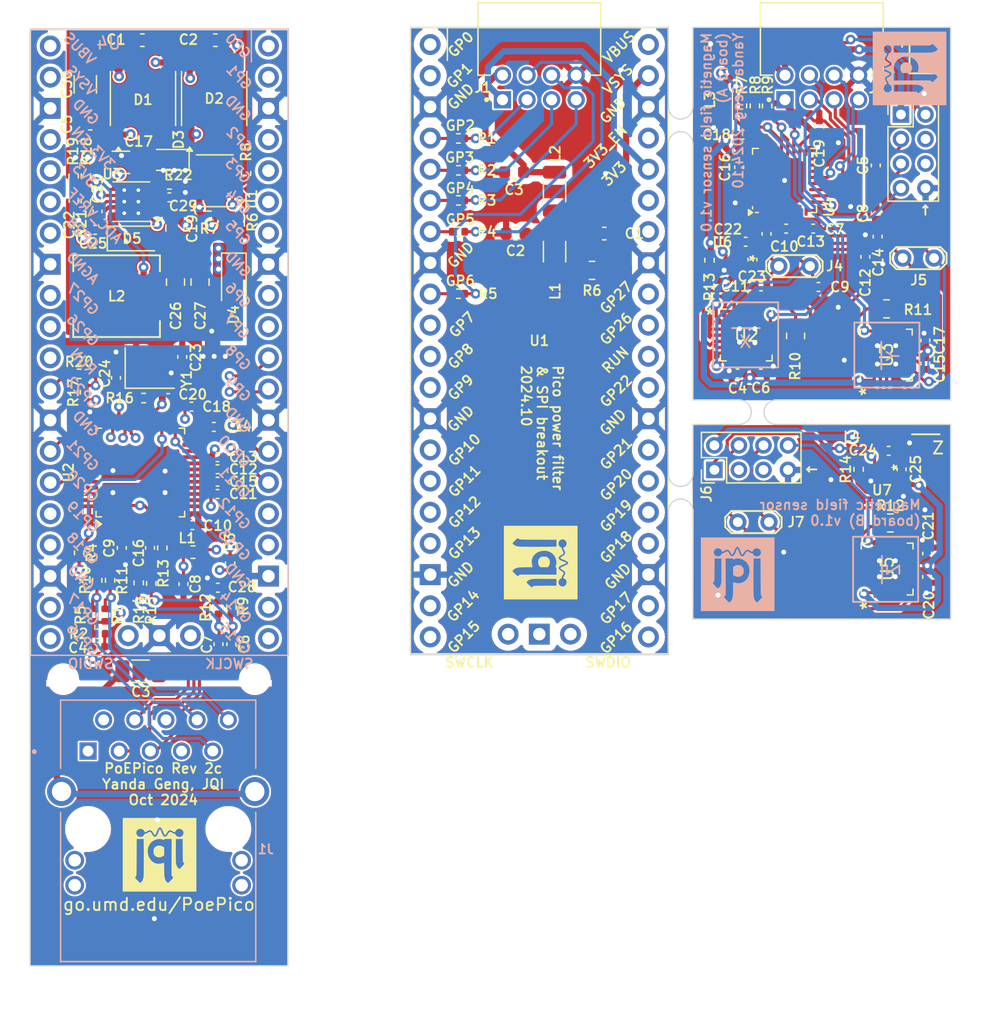
<source format=kicad_pcb>
(kicad_pcb (version 20240108) (generator "pcbnew") (generator_version "8.0")
  (layers (0 "F.Cu" signal) (1 "In1.Cu" signal) (2 "In2.Cu" signal) (31 "B.Cu" signal) (34 "B.Paste" user) (35 "F.Paste" user) (36 "B.SilkS" user "B.Silkscreen") (37 "F.SilkS" user "F.Silkscreen") (38 "B.Mask" user) (39 "F.Mask" user) (44 "Edge.Cuts" user))
  (net 0 "")
  (net 1 "GND")
  (net 2 "VDD")
  (net 3 "SCLK")
  (net 4 "MOSI")
  (net 5 "VDC")
  (net 6 "MISO")
  (net 7 "/x_y_axis/VREFX")
  (net 8 "/x_y_axis/VOUTX")
  (net 9 "/x_y_axis/VREFY")
  (net 10 "/x_y_axis/VOUTY")
  (net 11 "VSYS")
  (net 12 "/x_y_axis/~{OR}X")
  (net 13 "/x_y_axis/~{ERROR}X")
  (net 14 "/x_y_axis/~{OR}Y")
  (net 15 "/x_y_axis/~{ERROR}Y")
  (net 16 "/z_axis/~{ERROR}Z")
  (net 17 "VOUTZ")
  (net 18 "VREFZ")
  (net 19 "Net-(C2-Pad1)")
  (net 20 "Net-(U4-REFOUT)")
  (net 21 "~{CS}")
  (net 22 "~{DRDY}")
  (net 23 "DRV_ON")
  (net 24 "~{OR}Z")
  (net 25 "Net-(U2-AINN)")
  (net 26 "Net-(U2-AINP)")
  (net 56 "Net-(U2-COMP2)")
  (net 58 "Net-(U1-GPIO2)")
  (net 59 "Net-(L1-Pad1)")
  (net 60 "Net-(U1-GPIO3)")
  (net 61 "Net-(U1-GPIO4)")
  (net 62 "Net-(U1-GPIO5)")
  (net 63 "Net-(U1-GPIO6)")
  (net 64 "Net-(U3-AINN)")
  (net 65 "Net-(U3-AINP)")
  (net 66 "Net-(U5-AINP)")
  (net 67 "Net-(U5-AINN)")
  (net 68 "Net-(U3-COMP2)")
  (net 69 "VDDA1")
  (net 75 "Net-(U5-COMP2)")
  (net 76 "VDRV1")
  (net 79 "VDRV2")
  (net 80 "Net-(U6-CT)")
  (net 81 "VDDA2")
  (net 82 "Net-(U7-CT)")
  (net 83 "VC1+")
  (net 84 "VC1-")
  (net 85 "VC2+")
  (net 86 "VC2-")
  (net 87 "Net-(C3-Pad1)")
  (net 88 "Net-(C6-Pad2)")
  (net 89 "+3V3")
  (net 90 "Net-(J1-TCT)")
  (net 91 "/PoEPico_Power/VIN")
  (net 92 "/SPI1_RX")
  (net 93 "/SPI1_TX")
  (net 94 "/SPI1_SCK")
  (net 95 "/SPI1_CS")
  (net 96 "/SWCLK")
  (net 97 "/SWDIO")
  (net 98 "/LINK_LED")
  (net 99 "/ACT_LED")
  (net 100 "Net-(U2-TOCAP)")
  (net 101 "Net-(U2-1V2O)")
  (net 102 "Net-(U3-COMP)")
  (net 103 "Net-(U2-XI{slash}CLKIN)")
  (net 104 "Net-(U2-XO)")
  (net 105 "/PoEPico_Power/SW")
  (net 106 "Net-(U3-BOOT)")
  (net 107 "Net-(D4-A)")
  (net 108 "Net-(J1-RCT)")
  (net 109 "Net-(U3-SS{slash}TR)")
  (net 110 "Net-(U1-RREF)")
  (net 111 "Net-(U1-RDET)")
  (net 112 "Net-(U1-RCLASS)")
  (net 113 "Net-(U2-EXRES1)")
  (net 114 "POE_PGOOD")
  (net 115 "Net-(U3-FB)")
  (net 116 "Net-(U4-GPIO22)")
  (net 117 "Net-(U3-RT{slash}SYNC)")
  (net 129 "Net-(J1-PadL2)")
  (net 130 "Net-(J1-PadL4)")
  (net 131 "GNDPWR")
  (net 133 "/TXN")
  (net 134 "/TXP")
  (net 135 "/RXN")
  (net 136 "/RXP")
  (net 137 "/WVADD")
  (net 139 "Net-(C7-Pad2)")
  (net 158 "/TD-")
  (net 159 "/TD+")
  (net 160 "/RD+")
  (net 161 "/RD-")
  (net 162 "/WIZ_INT")
  (net 163 "/WIZ_RST")
  (net 169 "Net-(C22-Pad1)")
  (footprint "flux_gate_footprints:RPi_Pico_Connector" (layer "F.Cu") (at 56.99 41.13)
    (property "Reference" "U1")
    (property "Value" "Pico")
  )
  (footprint "Capacitor_SMD:C_0402_1005Metric" (layer "F.Cu") (at 26.85 29.45 180)
    (property "Reference" "C29")
    (property "Value" "10nF")
  )
  (footprint "Package_DFN_QFN:VQFN-32-1EP_5x5mm_P0.5mm_EP3.1x3.1mm" (layer "F.Cu") (at 76.969464 28.075 90)
    (property "Reference" "U4")
    (property "Value" "ADS124S06IRHBR")
  )
  (footprint "Capacitor_SMD:C_0402_1005Metric" (layer "F.Cu") (at 79.8 23.7 90)
    (property "Reference" "C19")
    (property "Value" "1 uF")
  )
  (footprint "Resistor_SMD:R_0805_2012Metric" (layer "F.Cu") (at 85.27675 38.53235 180)
    (property "Reference" "R11")
    (property "Value" "24")
  )
  (footprint "Inductor_SMD:L_1206_3216Metric" (layer "F.Cu") (at 58.231 33.875 90)
    (property "Reference" "L1")
    (property "Value" "BLM31KN601SN1L")
  )
  (footprint "Capacitor_SMD:C_0402_1005Metric" (layer "F.Cu") (at 88.587501 58.4638 -90)
    (property "Reference" "C21")
    (property "Value" "1 uF")
  )
  (footprint "Resistor_SMD:R_0402_1005Metric" (layer "F.Cu") (at 50.4 32.25 180)
    (property "Reference" "R4")
    (property "Value" "47")
  )
  (footprint "Capacitor_SMD:C_1206_3216Metric" (layer "F.Cu") (at 24.5 68.05)
    (property "Reference" "C3")
    (property "Value" "1nF/2kV")
  )
  (footprint "Capacitor_SMD:C_0402_1005Metric" (layer "F.Cu") (at 22.5 44.15 90)
    (property "Reference" "C24")
    (property "Value" "18pF")
  )
  (footprint "Capacitor_SMD:C_0603_1608Metric" (layer "F.Cu") (at 24.65 16.65)
    (property "Reference" "C1")
    (property "Value" "1nF")
  )
  (footprint "Capacitor_SMD:C_0603_1608Metric" (layer "F.Cu") (at 55.056 32.4 180)
    (property "Reference" "C2")
    (property "Value" "10 uF")
  )
  (footprint "Resistor_SMD:R_0402_1005Metric" (layer "F.Cu") (at 22.025 60.65 90)
    (property "Reference" "R11")
    (property "Value" "33")
  )
  (footprint "Capacitor_SMD:C_0603_1608Metric" (layer "F.Cu") (at 54.931 27.4 180)
    (property "Reference" "C3")
    (property "Value" "DNP")
  )
  (footprint "MountingHole:MountingHole_2.1mm" (layer "F.Cu") (at 18.2 68.698)
    (property "Reference" "H1" (hide yes))
    (property "Value" "MountingHole")
  )
  (footprint "Capacitor_SMD:C_0402_1005Metric" (layer "F.Cu") (at 73.8 33.07)
    (property "Reference" "C22")
    (property "Value" "1 uF")
  )
  (footprint "Capacitor_SMD:C_0402_1005Metric" (layer "F.Cu") (at 73.55 24.35 180)
    (property "Reference" "C18")
    (property "Value" "1 uF")
  )
  (footprint "flux_gate_footprints:WQFN6_RZF_TEX" (layer "F.Cu") (at 72.8 34.62 -90)
    (property "Reference" "U6")
    (property "Value" "TPS22995RZFR")
  )
  (footprint "Capacitor_SMD:C_0402_1005Metric" (layer "F.Cu") (at 25.275 58 -90)
    (property "Reference" "C16")
    (property "Value" "0.1uF")
  )
  (footprint "Capacitor_SMD:C_0402_1005Metric" (layer "F.Cu") (at 88.435893 41.103657 -90)
    (property "Reference" "C17")
    (property "Value" "1 uF")
  )
  (footprint "Capacitor_SMD:C_0603_1608Metric" (layer "F.Cu") (at 30.6 16.65)
    (property "Reference" "C2")
    (property "Value" "1nF")
  )
  (footprint "Resistor_SMD:R_0402_1005Metric" (layer "F.Cu") (at 50.4 24.65 180)
    (property "Reference" "R1")
    (property "Value" "47")
  )
  (footprint "Resistor_SMD:R_0402_1005Metric" (layer "F.Cu") (at 30.85 62.86 90)
    (property "Reference" "R12")
    (property "Value" "49.9")
  )
  (footprint "Resistor_SMD:R_0402_1005Metric" (layer "F.Cu") (at 24.75 45.8)
    (property "Reference" "R16")
    (property "Value" "1M")
  )
  (footprint "Capacitor_SMD:C_0402_1005Metric" (layer "F.Cu") (at 21.1 66.05 180)
    (property "Reference" "C4")
    (property "Value" "22nF")
  )
  (footprint "Capacitor_SMD:C_0402_1005Metric" (layer "F.Cu") (at 84.4 30.75 90)
    (property "Reference" "C8")
    (property "Value" "0.47 nF")
  )
  (footprint "Capacitor_SMD:C_0402_1005Metric" (layer "F.Cu") (at 26.75 45.8)
    (property "Reference" "C20")
    (property "Value" "0.1uF")
  )
  (footprint "Capacitor_SMD:C_0402_1005Metric" (layer "F.Cu") (at 28.7215 56.15)
    (property "Reference" "C10")
    (property "Value" "0.1uF")
  )
  (footprint "Capacitor_SMD:C_0402_1005Metric" (layer "F.Cu") (at 75.05 36.7)
    (property "Reference" "C11")
    (property "Value" "0.47 nF")
  )
  (footprint "Resistor_SMD:R_0402_1005Metric" (layer "F.Cu") (at 50.4 27.25 180)
    (property "Reference" "R2")
    (property "Value" "47")
  )
  (footprint "Resistor_SMD:R_0402_1005Metric" (layer "F.Cu") (at 19.5 43.825)
    (property "Reference" "R20")
    (property "Value" "49.9")
  )
  (footprint "Resistor_SMD:R_0402_1005Metric" (layer "F.Cu") (at 31.8 59.3 90)
    (property "Reference" "R3")
    (property "Value" "330")
  )
  (footprint "Inductor_SMD:L_0603_1608Metric" (layer "F.Cu") (at 28.775 58.35)
    (property "Reference" "L1")
    (property "Value" "BLM18KG102SH1D" (hide yes))
  )
  (footprint "Resistor_SMD:R_0805_2012Metric" (layer "F.Cu") (at 85.5875 55.972943 180)
    (property "Reference" "R12")
    (property "Value" "24")
  )
  (footprint "Connector_PinHeader_2.00mm:PinHeader_2x04_P2.00mm_Vertical" (layer "F.Cu") (at 86.45 22.7)
    (property "Reference" "J3")
    (property "Value" "Conn_02x04_Odd_Even" (hide yes))
  )
  (footprint "Resistor_SMD:R_0402_1005Metric" (layer "F.Cu") (at 70.85 34.57 -90)
    (property "Reference" "R13")
    (property "Value" "DNP")
  )
  (footprint "Capacitor_SMD:C_0402_1005Metric" (layer "F.Cu") (at 30.7715 53.6135)
    (property "Reference" "C11")
    (property "Value" "0.1uF")
  )
  (footprint "Capacitor_SMD:C_0402_1005Metric" (layer "F.Cu") (at 83.55 34.3 -90)
    (property "Reference" "C12")
    (property "Value" "0.47 nF")
  )
  (footprint "Capacitor_SMD:C_0402_1005Metric" (layer "F.Cu") (at 31.9 65.85 90)
    (property "Reference" "C6")
    (property "Value" "6.8nF")
  )
  (footprint "Capacitor_SMD:C_0402_1005Metric" (layer "F.Cu") (at 74.35 34.52 -90)
    (property "Reference" "C23")
    (property "Value" "0.47 nF")
  )
  (footprint "Resistor_SMD:R_0402_1005Metric" (layer "F.Cu") (at 25.375 60.9 90)
    (property "Reference" "R15")
    (property "Value" "33")
  )
  (footprint "flux_gate_footprints:WQFN20_RTJ_TEX" (layer "F.Cu") (at 85.27675 42.28235 90)
    (property "Reference" "U3")
    (property "Value" "DRV425")
  )
  (footprint "Resistor_SMD:R_0402_1005Metric" (layer "F.Cu") (at 20.975 60.65 90)
    (property "Reference" "R10")
    (property "Value" "33")
  )
  (footprint "PoEPicoFootprint:IND_PCC-M0630M-LP_PAN" (layer "F.Cu") (at 22.55 37.5)
    (property "Reference" "L2")
    (property "Value" "15uH")
  )
  (footprint "Resistor_SMD:R_0402_1005Metric" (layer "F.Cu") (at 19.05 27.71 90)
    (property "Reference" "R19")
    (property "Value" "10k")
  )
  (footprint "flux_gate_footprints:AMPHENOL_98464-G61-08LF" (layer "F.Cu") (at 56.99 20.5)
    (property "Reference" "J1")
    (property "Value" "Conn_02x04_Odd_Even" (hide yes))
  )
  (footprint "Resistor_SMD:R_0402_1005Metric" (layer "F.Cu") (at 21.625 63.475 90)
    (property "Reference" "R1")
    (property "Value" "49.9")
  )
  (footprint "Resistor_SMD:R_0402_1005Metric" (layer "F.Cu") (at 32.575 31.65 -90)
    (property "Reference" "R6")
    (property "Value" "243K")
  )
  (footprint "Resistor_SMD:R_0402_1005Metric" (layer "F.Cu") (at 50.4 29.7 180)
    (property "Reference" "R3")
    (property "Value" "47")
  )
  (footprint "PoEPicoFootprint:JQI-Logo" (layer "F.Cu") (at 26.05 83)
    (property "Reference" "G***" (hide yes))
    (property "Value" "LOGO" (hide yes))
  )
  (footprint "Capacitor_SMD:C_0402_1005Metric" (layer "F.Cu") (at 75.5 32.42 -90)
    (property "Reference" "C10")
    (property "Value" "4.7 nF")
  )
  (footprint "Capacitor_SMD:C_0402_1005Metric" (layer "F.Cu") (at 86.5 51.6 -90)
    (property "Reference" "C25")
    (property "Value" "0.47 nF")
  )
  (footprint "Package_DFN_QFN:DFN-10-1EP_3x3mm_P0.5mm_EP1.65x2.38mm_ThermalVias" (layer "F.Cu") (at 23.75 29.8 180)
    (property "Reference" "U3")
    (property "Value" "RT6361GQW")
  )
  (footprint "Capacitor_SMD:C_0402_1005Metric" (layer "F.Cu") (at 27.9 42.45 90)
    (property "Reference" "C23")
    (property "Value" "18pF")
  )
  (footprint "Resistor_SMD:R_0402_1005Metric" (layer "F.Cu") (at 83 51.6 -90)
    (property "Reference" "R14")
    (property "Value" "DNP")
  )
  (footprint "Capacitor_SMD:C_0805_2012Metric" (layer "F.Cu") (at 29.35 36.35 90)
    (property "Reference" "C27")
    (property "Value" "22uF")
  )
  (footprint "Diode_SMD:D_SOD-323" (layer "F.Cu") (at 26.85 26.4 180)
    (property "Reference" "D3")
    (property "Value" "1PS76SB70")
  )
  (footprint "Resistor_SMD:R_0402_1005Metric" (layer "F.Cu") (at 19.5 58.41 90)
    (property "Reference" "R4")
    (property "Value" "330")
  )
  (footprint "Resistor_SMD:R_0402_1005Metric" (layer "F.Cu") (at 26.275 58 -90)
    (property "Reference" "R13")
    (property "Value" "12.4k")
  )
  (footprint "Capacitor_SMD:C_0402_1005Metric" (layer "F.Cu") (at 77.1 32)
    (property "Reference" "C13")
    (property "Value" "4.7 nF")
  )
  (footprint "Capacitor_SMD:C_0805_2012Metric" (layer "F.Cu") (at 27.3 31.95 -90)
    (property "Reference" "C19")
    (property "Value" "0.22uF")
  )
  (footprint "Capacitor_SMD:C_0603_1608Metric" (layer "F.Cu") (at 62.281 32.4 180)
    (property "Reference" "C1")
    (property "Value" "10 uF")
  )
  (footprint "flux_gate_footprints:WQFN20_RTJ_TEX" (layer "F.Cu") (at 85.3444 59.7069 90)
    (property "Reference" "U5")
    (property "Value" "DRV425")
  )
  (footprint "MountingHole:MountingHole_2.1mm" (layer "F.Cu") (at 33.806 68.698)
    (property "Reference" "H2" (hide yes))
    (property "Value" "MountingHole")
  )
  (footprint "Inductor_SMD:L_0402_1005Metric" (layer "F.Cu") (at 72.05 21.5 90)
    (property "Reference" "L3")
    (property "Value" "BLM15AX601SN1D")
  )
  (footprint "Resistor_SMD:R_0805_2012Metric" (layer "F.Cu") (at 61.281 35.4 180)
    (property "Reference" "R6")
    (property "Value" "0")
  )
  (footprint "Package_SO:TSSOP-4_4.4x5mm_P4mm" (layer "F.Cu") (at 30.5 21.4 90)
    (property "Reference" "D2")
    (property "Value" "MDB10S")
  )
  (footprint "flux_gate_footprints:WQFN6_RZF_TEX" (layer "F.Cu") (at 84.9 51.65 -90)
    (property "Reference" "U7")
    (property "Value" "TPS22995RZFR")
  )
  (footprint "Capacitor_SMD:C_0402_1005Metric" (layer "F.Cu") (at 22.9715 58 -90)
    (property "Reference" "C9")
    (property "Value" "0.1uF")
  )
  (footprint "Resistor_SMD:R_0402_1005Metric" (layer "F.Cu") (at 20.6 63.475 90)
    (property "Reference" "R5")
    (property "Value" "49.9")
  )
  (footprint "Capacitor_SMD:C_0402_1005Metric" (layer "F.Cu") (at 73.269464 27 90)
    (property "Reference" "C16")
    (property "Value" "1 uF")
  )
  (footprint "Capacitor_SMD:C_0805_2012Metric" (layer "F.Cu") (at 27.35 36.35 90)
    (property "Reference" "C26")
    (property "Value" "22uF")
  )
  (footprint "Resistor_SMD:R_0402_1005Metric" (layer "F.Cu") (at 24.35 60.85 90)
    (property "Reference" "R14")
    (property "Value" "33")
  )
  (footprint "Capacitor_SMD:C_0402_1005Metric" (layer "F.Cu") (at 28 60.95 90)
    (property "Reference" "C8")
    (property "Value" "10uF")
  )
  (footprint "Package_DFN_QFN:DFN-12-1EP_3x4mm_P0.5mm_EP1.7x3.3mm" (layer "F.Cu") (at 30.55 28.1 180)
    (property "Reference" "U1")
    (property "Value" "PD70200ILD-TR")
  )
  (footprint "Inductor_SMD:L_0402_1005Metric" (layer "F.Cu") (at 84.15 48.9 180)
    (property "Reference" "L4")
    (property "Value" "BLM15AX601SN1D")
  )
  (footprint "Resistor_SMD:R_0402_1005Metric" (layer "F.Cu") (at 75.55 22 90)
    (property "Reference" "R9")
    (property "Value" "10K")
  )
  (footprint "Capacitor_SMD:C_0402_1005Metric" (layer "F.Cu") (at 20.8 32.1)
    (property "Reference" "C25")
    (property "Value" "0.1uF")
  )
  (footprint "Capacitor_SMD:C_0402_1005Metric" (layer "F.Cu") (at 30.8 61.25 180)
    (property "Reference" "C28")
    (property "Value" "10nF")
  )
  (footprint "Connector_PinHeader_2.00mm:PinHeader_2x04_P2.00mm_Vertical" (layer "F.Cu") (at 71.25 51.65 90)
    (property "Reference" "J6")
    (property "Value" "Conn_02x04_Odd_Even" (hide yes))
  )
  (footprint "Capacitor_SMD:C_0402_1005Metric" (layer "F.Cu") (at 79.3 32 180)
    (property "Reference" "C7")
    (property "Value" "4.7 nF")
  )
  (footprint "Package_SO:TSSOP-4_4.4x5mm_P4mm" (layer "F.Cu") (at 24.7 21.4 90)
    (property "Reference" "D1")
    (property "Value" "MDB10S")
  )
  (footprint "Resistor_SMD:R_0402_1005Metric" (layer "F.Cu") (at 31.9 62.85 90)
    (property "Reference" "R9")
    (property "Value" "49.9")
  )
  (footprint "Capacitor_SMD:C_0402_1005Metric" (layer "F.Cu") (at 85.45 50.1)
    (property "Reference" "C24")
    (property "Value" "1 uF")
  )
  (footprint "Resistor_SMD:R_0402_1005Metric" (layer "F.Cu") (at 19.975 45.325 -90)
    (property "Reference" "R17")
    (property "Value" "10k")
  )
  (footprint "Resistor_SMD:R_0402_1005Metric" (layer "F.Cu") (at 33.1 27.5 90)
    (property "Reference" "R8")
    (property "Value" "DNP")
  )
  (footprint "flux_gate_footprints:WQFN20_RTJ_TEX" (layer "F.Cu") (at 73.866599 40.682348)
    (property "Reference" "U2")
    (property "Value" "DRV425")
  )
  (footprint "Capacitor_SMD:C_0402_1005Metric" (layer "F.Cu") (at 30.4715 48.15)
    (property "Reference" "C14")
    (property "Value" "10nF")
  )
  (footprint "Resistor_SMD:R_0402_1005Metric" (layer "F.Cu") (at 50.4 37.3 180)
    (property "Reference" "R5")
    (property "Value" "47")
  )
  (footprint "TestPoint:TestPoint_2Pads_Pitch2.54mm_Drill0.8mm" (layer "F.Cu") (at 75.7 55.9 180)
    (property "Reference" "J7")
    (property "Value" "Conn_01x02" (hide yes))
  )
  (footprint "TestPoint:TestPoint_2Pads_Pitch2.54mm_Drill0.8mm" (layer "F.Cu") (at 86.6 34.4)
    (property "Reference" "J5")
    (property "Value" "Conn_01x02" (hide yes))
  )
  (footprint "Capacitor_SMD:C_0402_1005Metric" (layer "F.Cu") (at 30.7715 50.6135)
    (property "Reference" "C13")
    (property "Value" "0.1uF")
  )
  (footprint "Capacitor_SMD:C_0402_1005Metric" (layer "F.Cu") (at 88.587501 60.3638 90)
    (property "Reference" "C20")
    (property "Value" "1 uF")
  )
  (footprint "Capacitor_SMD:C_0402_1005Metric" (layer "F.Cu") (at 19.05 29.75 -90)
    (property "Reference" "C22")
    (property "Value" "18nF")
  )
  (footprint "Resistor_SMD:R_0402_1005Metric" (layer "F.Cu") (at 21.1 65)
    (property "Reference" "R2")
    (property "Value" "10")
  )
  (footprint "Capacitor_SMD:C_0402_1005Metric" (layer "F.Cu") (at 79.73 36.75)
    (property "Reference" "C9")
    (property "Value" "0.47 nF")
  )
  (footprint "Capacitor_SMD:C_0402_1005Metric" (layer "F.Cu") (at 30.7715 52.6135)
    (property "Reference" "C15")
    (property "Value" "0.1uF")
  )
  (footprint "Resistor_SMD:R_0402_1005Metric" (layer "F.Cu") (at 20.05 27.7 90)
    (property "Reference" "R18")
    (property "Value" "56k")
  )
  (footprint "Resistor_SMD:R_0805_2012Metric" (layer "F.Cu") (at 77.866599 40.739248 90)
    (property "Reference" "R10")
    (property "Value" "24")
  )
  (footprint "Crystal:Crystal_SMD_3225-4Pin_3.2x2.5mm" (layer "F.Cu") (at 25.25 43.35)
    (property "Reference" "Y1")
    (property "Value" "25MHz")
  )
  (footprint "Capacitor_SMD:C_0402_1005Metric" (layer "F.Cu") (at 88.435893 42.983657 90)
    (property "Reference" "C15")
    (property "Value" "1 uF")
  )
  (footprint "Capacitor_SMD:C_0402_1005Metric" (layer "F.Cu") (at 73.135893 43.803657)
    (property "Reference" "C4")
    (property "Value" "1 uF")
  )
  (footprint "Capacitor_SMD:C_0603_1608Metric" (layer "F.Cu") (at 20.4 23.45 180)
    (property "Reference" "C5")
    (property "Value" "0.1uF")
  )
  (footprint "Resistor_SMD:R_0402_1005Metric" (layer "F.Cu") (at 73.5 22 90)
    (property "Reference" "R7")
    (property "Value" "10K")
  )
  (footprint "Capacitor_SMD:C_0402_1005Metric" (layer "F.Cu") (at 30.7715 51.6)
    (property "Reference" "C12")
    (property "Value" "4.7uF")
  )
  (footprint "TestPoint:TestPoint_2Pads_Pitch2.54mm_Drill0.8mm" (layer "F.Cu") (at 76.5 35.05)
    (property "Reference" "J4")
    (property "Value" "Conn_01x02" (hide yes))
  )
  (footprint "Diode_SMD:D_SOD-123F" (layer "F.Cu") (at 32.1 36.2 -90)
    (property "Reference" "D4")
    (property "Value" "B260S1F")
  )
  (footprint "Capacitor_SMD:C_0402_1005Metric" (layer "F.Cu") (at 28.65 46.5 180)
    (property "Reference" "C18")
    (property "Value" "10uF")
  )
  (footprint "flux_gate_footprints:AMPHENOL_98464-G61-08LF" (layer "F.Cu") (at 80 20.5)
    (property "Reference" "J2")
    (property "Value" "Conn_02x04_Odd_Even" (hide yes))
  )
  (footprint "Resistor_SMD:R_0402_1005Metric" (layer "F.Cu") (at 20.05 29.75 90)
    (property "Reference" "R21")
    (property "Value" "62k")
  )
  (footprint "Capacitor_SMD:C_0402_1005Metric" (layer "F.Cu") (at 21 30.6 -90)
    (property "Reference" "C21")
    (property "Value" "56pF")
  )
  (footprint "Package_QFP:LQFP-48_7x7mm_P0.5mm" (layer "F.Cu") (at 24.485 51.8635 90)
    (property "Reference" "U2")
    (property "Value" "W5500")
  )
  (footprint "Capacitor_SMD:C_0402_1005Metric" (layer "F.Cu") (at 84.4 26.85 90)
    (property "Reference" "C5")
    (property "Value" "0.47 nF")
  )
  (footprint "Capacitor_SMD:C_1206_3216Metric" (layer "F.Cu") (at 22.9 26.6)
    (property "Reference" "C17")
    (property "Value" "4.7uF")
  )
  (footprint "Diode_SMD:D_SOD-123F" (layer "F.Cu") (at 24 32.8)
    (property "Reference" "D5")
    (property "Value" "B260S1F")
  )
  (footprint "Capacitor_SMD:C_1206_3216Metric" (layer "F.Cu") (at 20 20.25 90)
    (property "Reference" "C30")
    (property "Value" "DNP")
  )
  (footprint "Resistor_SMD:R_0402_1005Metric" (layer "F.Cu") (at 30.1 30.95)
    (property "Reference" "R7")
    (property "Value" "24.9k")
  )
  (footprint "flux_gate_footprints:JQI-Logo" (layer "F.Cu") (at 57.1 59.2 -90)
    (property "Reference" "G***" (hide yes))
    (property "Value" "LOGO" (hide yes))
  )
  (footprint "Capacitor_SMD:C_0402_1005Metric" (layer "F.Cu") (at 75.035893 43.803657 180)
    (property "Reference" "C6")
    (property "Value" "1 uF")
  )
  (footprint "Capacitor_SMD:C_0402_1005Metric" (layer "F.Cu") (at 30.85 65.85 90)
    (property "Reference" "C7")
    (property "Value" "6.8nF")
  )
  (footprint "Capacitor_SMD:C_0402_1005Metric" (layer "F.Cu") (at 84.55 32.65 -90)
    (property "Reference" "C14")
    (property "Value" "0.47 nF")
  )
  (footprint "Resistor_SMD:R_0402_1005Metric" (layer "F.Cu") (at 74.55 22 90)
    (property "Reference" "R8")
    (property "Value" "10K")
  )
  (footprint "Inductor_SMD:L_1206_3216Metric" (layer "F.Cu") (at 58.231 28.975 90)
    (property "Reference" "L2")
    (property "Value" "0")
  )
  (footprint "Resistor_SMD:R_0402_1005Metric" (layer "F.Cu") (at 26.85 28.4 180)
    (property "Reference" "R22")
    (property "Value" "115k")
  )
  (footprint "flux_gate_footprints:JQI-Logo" (layer "B.Cu") (at 87.15 18.95 -90)
    (property "Reference" "G***" (hide yes))
    (property "Value" "LOGO" (hide yes))
  )
  (footprint "PoEPicoFootprint:ABRACON_ARJM11C7-502-AB-ER2-T" (layer "B.Cu") (at 25.9375 80.9 180)
    (property "Reference" "J1")
    (property "Value" "ARJM11C7-114-BA-EW2")
  )
  (footprint "PoEPicoFootprint:RPi_Pico_Connector" (layer "B.Cu") (at 26.035 41.25 180)
    (property "Reference" "U4")
    (property "Value" "Pico" (hide yes))
  )
  (footprint "flux_gate_footprints:JQI-Logo" (layer "B.Cu") (at 73.15 60.15 180)
    (property "Reference" "G***" (hide yes))
    (property "Value" "LOGO" (hide yes))
  )
  (gr_line (start 84.9 60.9) (end 84.9 58.65) (stroke (width 0.15)) (layer "B.SilkS"))
  (gr_rect (start 71.15 38) (end 76.45 43.3) (stroke (width 0.15)) (fill none) (layer "B.SilkS"))
  (gr_rect (start 82.55 57.1) (end 87.85 62.4) (stroke (width 0.15)) (fill none) (layer "B.SilkS"))
  (gr_line (start 84.85 43.461907) (end 84.85 41.211907) (stroke (width 0.15)) (layer "B.SilkS"))
  (gr_rect (start 82.65 39.65) (end 87.95 44.95) (stroke (width 0.15)) (fill none) (layer "B.SilkS"))
  (gr_line (start 72.7 40.1) (end 74.95 40.1) (stroke (width 0.15)) (layer "B.SilkS"))
  (gr_line (start 87.35 48.75) (end 89.6 48.75) (stroke (width 0.15)) (layer "F.SilkS"))
  (gr_line (start 87.15 17.1) (end 87.15 19.35) (stroke (width 0.15)) (layer "F.SilkS"))
  (gr_line (start 87.15 19.35) (end 89.4 19.35) (stroke (width 0.15)) (layer "F.SilkS"))
  (gr_line (start 46.5 15.6) (end 67.5 15.6) (stroke (width 0.1)) (layer "Edge.Cuts"))
  (gr_line (start 69.5 25.1) (end 69.5 45.95) (stroke (width 0.1)) (layer "Edge.Cuts"))
  (gr_line (start 67.5 15.6) (end 67.5 22.0739) (stroke (width 0.1)) (layer "Edge.Cuts"))
  (gr_line (start 90.5 45.95) (end 90.5 15.6) (stroke (width 0.1)) (layer "Edge.Cuts"))
  (gr_line (start 67.509143 55.021307) (end 67.5 66.7) (stroke (width 0.1)) (layer "Edge.Cuts"))
  (gr_line (start 69.5 15.6) (end 69.5 22.0739) (stroke (width 0.1)) (layer "Edge.Cuts"))
  (gr_arc (start 76.3 47.95) (mid 75.3 46.95) (end 76.3 45.95) (stroke (width 0.1)) (layer "Edge.Cuts"))
  (gr_arc (start 67.5 25.1) (mid 68.5 24.1) (end 69.5 25.1) (stroke (width 0.1)) (layer "Edge.Cuts"))
  (gr_line (start 67.5 66.7) (end 46.5 66.7) (stroke (width 0.1)) (layer "Edge.Cuts"))
  (gr_arc (start 69.5 52) (mid 68.5 53) (end 67.5 52) (stroke (width 0.1)) (layer "Edge.Cuts"))
  (gr_line (start 76.3 47.95) (end 90.5 47.95) (stroke (width 0.1)) (layer "Edge.Cuts"))
  (gr_arc (start 73.25 45.95) (mid 74.25 46.95) (end 73.25 47.95) (stroke (width 0.1)) (layer "Edge.Cuts"))
  (gr_line (start 69.509143 55.021307) (end 69.5 63.8) (stroke (width 0.1)) (layer "Edge.Cuts"))
  (gr_line (start 69.5 47.95) (end 69.5 52) (stroke (width 0.1)) (layer "Edge.Cuts"))
  (gr_line (start 69.5 15.6) (end 90.5 15.6) (stroke (width 0.1)) (layer "Edge.Cuts"))
  (gr_poly (pts (xy 36.5 92.05) (xy 15.5 92.05) (xy 15.5 15.8) (xy 36.5 15.8)) (stroke (width 0.1)) (fill none) (layer "Edge.Cuts"))
  (gr_line (start 46.5 66.7) (end 46.5 15.6) (stroke (width 0.1)) (layer "Edge.Cuts"))
  (gr_line (start 69.5 63.8) (end 90.5 63.8) (stroke (width 0.1)) (layer "Edge.Cuts"))
  (gr_line (start 90.5 63.8) (end 90.5 47.95) (stroke (width 0.1)) (layer "Edge.Cuts"))
  (gr_line (start 69.5 45.95) (end 73.25 45.95) (stroke (width 0.1)) (layer "Edge.Cuts"))
  (gr_line (start 69.5 47.95) (end 73.25 47.95) (stroke (width 0.1)) (layer "Edge.Cuts"))
  (gr_arc (start 69.5 22.0739) (mid 68.5 23.0739) (end 67.5 22.0739) (stroke (width 0.1)) (layer "Edge.Cuts"))
  (gr_line (start 67.5 25.1) (end 67.5 52) (stroke (width 0.1)) (layer "Edge.Cuts"))
  (gr_line (start 76.3 45.95) (end 90.5 45.95) (stroke (width 0.1)) (layer "Edge.Cuts"))
  (gr_arc (start 67.509143 55.021307) (mid 68.509143 54.021307) (end 69.509143 55.021307) (stroke (width 0.1)) (layer "Edge.Cuts"))
  (gr_text "Magnetic field sensor\n(board B) v1.0" (at 88.15 56.25 0) (layer "B.SilkS") (effects (font (size 0.8 0.8)) (justify left bottom mirror)))
  (gr_text "Z" (at 86.45 59.2 90) (layer "B.SilkS") (effects (font (size 1 1)) (justify left bottom mirror)))
  (gr_text "Magnetic field sensor v1.0\n(board A)\nYanda Geng 2024.10" (at 73.65 15.95 90) (layer "B.SilkS") (effects (font (size 0.8 0.8)) (justify left bottom mirror)))
  (gr_text "Y" (at 86.4 41.85 90) (layer "B.SilkS") (effects (font (size 1 1)) (justify left bottom mirror)))
  (gr_text "X" (at 74.35 41.8 0) (layer "B.SilkS") (effects (font (size 1 1)) (justify left bottom mirror)))
  (gr_text "go.umd.edu/PoePico" (at 26 87.05 -0) (layer "F.SilkS") (effects (font (size 1 1))))
  (gr_text "Pico power filter \n& SPI breakout\n2024.10" (at 55.45 43.05 270) (layer "F.SilkS") (effects (font (size 0.8 0.8)) (justify left bottom)))
  (gr_text "Z" (at 88.9 50.45 0) (layer "F.SilkS") (effects (font (size 1 1)) (justify left bottom)))
  (gr_text "X" (at 88.8 19.05 0) (layer "F.SilkS") (effects (font (size 1 1)) (justify left bottom)))
  (gr_text "→" (at 88.95 31.2 90) (layer "F.SilkS") (effects (font (size 1 1)) (justify left bottom)))
  (gr_text "Y" (at 86.01955 17.325 0) (layer "F.SilkS") (effects (font (size 1 1)) (justify left bottom)))
  (gr_text "PoEPico Rev 2c\nYanda Geng, JQI\nOct 2024" (at 26.35 77.25 0) (layer "F.SilkS") (effects (font (size 0.8 0.8))))
  (gr_text "→" (at 79.9 51.1 180) (layer "F.SilkS") (effects (font (size 1 1)) (justify left bottom)))
  (segment (start 73.3666 40.182349) (end 73.866599 40.682348) (width 0.254) (layer "F.Cu") (net 1))
  (segment (start 82.426751 43.282351) (end 81.858057 42.713657) (width 0.254) (layer "F.Cu") (net 1))
  (segment (start 21.3375 30.8375) (end 21.095001 31.08) (width 0.25) (layer "F.Cu") (net 1))
  (segment (start 76.969472 28.324993) (end 76.969472 28.074984) (width 0.254) (layer "F.Cu") (net 1))
  (segment (start 71.923499 40.682348) (end 70.876299 40.682348) (width 0.254) (layer "F.Cu") (net 1))
  (segment (start 87.21985 41.282349) (end 86.276751 41.282349) (width 0.254) (layer "F.Cu") (net 1))
  (segment (start 79.844463 27.325) (end 80.35 26.819463) (width 0.254) (layer "F.Cu") (net 1))
  (segment (start 73.3666 41.3) (end 73.3666 41.182347) (width 0.254) (layer "F.Cu") (net 1))
  (segment (start 73.3666 42.625448) (end 73.3666 43.09295) (width 0.254) (layer "F.Cu") (net 1))
  (segment (start 73.7375 25.6375) (end 73.07 24.97) (width 0.254) (layer "F.Cu") (net 1))
  (segment (start 83.403207 60.706901) (end 84.346306 60.706901) (width 0.254) (layer "F.Cu") (net 1))
  (segment (start 73.4 37.55) (end 72.866598 38.083402) (width 0.254) (layer "F.Cu") (net 1))
  (segment (start 72.756995 43.981652) (end 72.464798 43.689455) (width 0.254) (layer "F.Cu") (net 1))
  (segment (start 87.21985 41.282349) (end 87.777201 41.282349) (width 0.254) (layer "F.Cu") (net 1))
  (segment (start 87.754585 42.782349) (end 87.21985 42.782349) (width 0.254) (layer "F.Cu") (net 1))
  (segment (start 76.969464 28.325001) (end 76.969464 28.074992) (width 0.254) (layer "F.Cu") (net 1))
  (segment (start 75.219464 26.074999) (end 76.969464 27.824999) (width 0.254) (layer "F.Cu") (net 1))
  (segment (start 88.409408 60.8438) (end 87.839336 60.273728) (width 0.25) (layer "F.Cu") (net 1))
  (segment (start 87.823208 58.706899) (end 88.546307 57.9838) (width 0.254) (layer "F.Cu") (net 1))
  (segment (start 81 24) (end 81 24.2) (width 0.254) (layer "F.Cu") (net 1))
  (segment (start 84 52.55) (end 84.3 52.25) (width 0.254) (layer "F.Cu") (net 1))
  (segment (start 87.2875 60.206899) (end 85.844399 60.206899) (width 0.25) (layer "F.Cu") (net 1))
  (segment (start 72.866598 38.739248) (end 72.866598 39.682347) (width 0.254) (layer "F.Cu") (net 1))
  (segment (start 84.846308 61.65) (end 84.846308 60.206899) (width 0.254) (layer "F.Cu") (net 1))
  (segment (start 73.3666 42.625448) (end 73.3666 41.3) (width 0.254) (layer "F.Cu") (net 1))
  (segment (start 70.866599 40.192048) (end 70.876298 40.182349) (width 0.254) (layer "F.Cu") (net 1))
  (segment (start 84.3 52.25) (end 84.3 52) (width 0.254) (layer "F.Cu") (net 1))
  (segment (start 83.33365 43.282351) (end 82.426751 43.282351) (width 0.254) (layer "F.Cu") (net 1))
  (segment (start 72.2 35.232471) (end 72.2 34.95) (width 0.254) (layer "F.Cu") (net 1))
  (segment (start 73.07 24.97) (end 73.07 24.35) (width 0.254) (layer "F.Cu") (net 1))
  (segment (start 74.531964 27.825) (end 73.614464 27.825) (width 0.254) (layer "F.Cu") (net 1))
  (segment (start 84.776751 44.22545) (end 84.776751 43.282351) (width 0.254) (layer "F.Cu") (net 1))
  (segment (start 83.33365 42.28235) (end 84.52675 42.28235) (width 0.254) (layer "F.Cu") (net 1))
  (segment (start 21.095001 31.08) (end 21 31.08) (width 0.25) (layer "F.Cu") (net 1))
  (segment (start 75.219464 30.075001) (end 76.969472 28.324993) (width 0.254) (layer "F.Cu") (net 1))
  (segment (start 72.046 35.386471) (end 72.2 35.232471) (width 0.254) (layer "F.Cu") (net 1))
  (segment (start 87.21985 42.782349) (end 86.276751 42.782349) (width 0.254) (layer "F.Cu") (net 1))
  (segment (start 87.289407 58.706899) (end 87.823208 58.706899) (width 0.254) (layer "F.Cu") (net 1))
  (segment (start 85.27675 44.22545) (end 85.27675 43.766799) (width 0.254) (layer "F.Cu") (net 1))
  (segment (start 79.406964 27.325) (end 79.844463 27.325) (width 0.254) (layer "F.Cu") (net 1))
  (segment (start 82.32675 42.28235) (end 82.07675 42.53235) (width 0.254) (layer "F.Cu") (net 1))
  (segment (start 85.27675 43.766799) (end 86.011199 43.03235) (width 0.254) (layer "F.Cu") (net 1))
  (segment (start 74.8666 42.625448) (end 74.8666 43.154364) (width 0.254) (layer "F.Cu") (net 1))
  (segment (start 83.33365 42.28235) (end 82.32675 42.28235) (width 0.254) (layer "F.Cu") (net 1))
  (segment (start 73.614464 27.825) (end 73.269464 27.48) (width 0.254) (layer "F.Cu") (net 1))
  (segment (start 79.8 23.22) (end 79.37 23.22) (width 0.254) (layer "F.Cu") (net 1))
  (segment (start 78.981074 25.37589) (end 78.719464 25.6375) (width 0.254) (layer "F.Cu") (net 1))
  (segment (start 71.923499 40.182349) (end 70.876298 40.182349) (width 0.254) (layer "F.Cu") (net 1))
  (segment (start 21.3875 30.7875) (end 21.3375 30.8375) (width 0.25) (layer "F.Cu") (net 1))
  (segment (start 83.33365 43.282351) (end 84.276749 43.282351) (width 0.254) (layer "F.Cu") (net 1))
  (segment (start 79.668575 25.37589) (end 78.981074 25.37589) (width 0.254) (layer "F.Cu") (net 1))
  (segment (start 85.346307 61.65) (end 85.346307 59.7069) (width 0.254) (layer "F.Cu") (net 1))
  (segment (start 73.866599 38.739248) (end 73.866599 40.682348) (width 0.254) (layer "F.Cu") (net 1))
  (segment (start 83.403207 59.7069) (end 85.346307 59.7069) (width 0.254) (layer "F.Cu") (net 1))
  (segment (start 79.8 23.22) (end 80.22 23.22) (width 0.254) (layer "F.Cu") (net 1))
  (segment (start 75.219464 25.6375) (end 73.7375 25.6375) (width 0.254) (layer "F.Cu") (net 1))
  (segment (start 21.875001 30.3) (end 21.3875 30.7875) (width 0.25) (layer "F.Cu") (net 1))
  (segment (start 88.989326 43.217313) (end 88.774265 43.432374) (width 0.254) (layer "F.Cu") (net 1))
  (segment (start 73.269464 27.48) (end 73.424464 27.325) (width 0.254) (layer "F.Cu") (net 1))
  (segment (start 81.858057 42.713657) (end 81.835893 42.713657) (width 0.254) (layer "F.Cu") (net 1))
  (segment (start 88.774265 43.432374) (end 88.467176 43.432374) (width 0.254) (layer "F.Cu") (net 1))
  (segment (start 72.464798 43.689455) (end 72.464798 43.577257) (width 0.254) (layer "F.Cu") (net 1))
  (segment (start 75.219464 30.5125) (end 75.219464 30.075001) (width 0.254) (layer "F.Cu") (net 1))
  (segment (start 88.435893 43.463657) (end 87.754585 42.782349) (width 0.254) (layer "F.Cu") (net 1))
  (segment (start 22.3 30.3) (end 21.875001 30.3) (width 0.25) (layer "F.Cu") (net 1))
  (segment (start 70.866599 40.692048) (end 70.876299 40.682348) (width 0.254) (layer "F.Cu") (net 1))
  (segment (start 73.866599 38.016599) (end 73.4 37.55) (width 0.254) (layer "F.Cu") (net 1))
  (segment (start 87.839336 60.273728) (end 87.839336 60.206899) (width 0.25) (layer "F.Cu") (net 1))
  (segment (start 74.8666 43.154364) (end 75.515893 43.803657) (width 0.254) (layer "F.Cu") (net 1))
  (segment (start 87.289407 60.206899) (end 87.839336 60.206899) (width 0.254) (layer "F.Cu") (net 1))
  (segment (start 71.923499 40.682348) (end 73.866599 40.682348) (width 0.254) (layer "F.Cu") (net 1))
  (segment (start 71.923499 40.182349) (end 73.2 40.182349) (width 0.254) (layer "F.Cu") (net 1))
  (segment (start 73.424464 27.325) (end 74.531964 27.325) (width 0.254) (layer "F.Cu") (net 1))
  (segment (start 87.777201 41.282349) (end 88.435893 40.623657) (width 0.254) (layer "F.Cu") (net 1))
  (segment (start 76.969464 28.074992) (end 76.969472 28.074984) (width 0.254) (layer "F.Cu") (net 1))
  (segment (start 26.729 43.8) (end 27 43.75) (width 0.254) (layer "F.Cu") (net 1))
  (segment (start 24.55 42.5) (end 26.25 44.2) (width 0.25) (layer "F.Cu") (net 1))
  (segment (start 72.866598 38.083402) (end 72.866598 38.739248) (width 0.254) (layer "F.Cu") (net 1))
  (segment (start 73.3666 43.09295) (end 72.655893 43.803657) (width 0.254) (layer "F.Cu") (net 1))
  (segment (start 87.289407 58.706899) (end 86.346308 58.706899) (width 0.254) (layer "F.Cu") (net 1))
  (segment (start 73.2 40.182349) (end 73.3666 40.182349) (width 0.254) (layer "F.Cu") (net 1))
  (segment (start 73.866599 38.739248) (end 73.866599 38.016599) (width 0.254) (layer "F.Cu") (net 1))
  (segment (start 80.22 23.22) (end 81 24) (width 0.254) (layer "F.Cu") (net 1))
  (segment (start 79.37 23.22) (end 78.65 22.5) (width 0.254) (layer "F.Cu") (net 1))
  (segment (start 75.219464 25.6375) (end 75.219464 26.074999) (width 0.254) (layer "F.Cu") (net 1))
  (via (at 72.95 29.9) (size 0.8) (drill 0.4) (layers "F.Cu" "B.Cu") (net 1))
  (via (at 30.5 42.4) (size 0.8) (drill 0.4) (layers "F.Cu" "B.Cu") (net 1))
  (via (at 88.335893 40.513657) (size 0.8) (drill 0.4) (layers "F.Cu" "B.Cu") (net 1))
  (via (at 86.02675 41.53235) (size 0.8) (drill 0.4) (layers "F.Cu" "B.Cu") (net 1))
  (via (at 22.5 42.05) (size 0.8) (drill 0.4) (layers "F.Cu" "B.Cu") (net 1))
  (via (at 25.625 88.2) (size 0.8) (drill 0.4) (layers "F.Cu" "B.Cu") (net 1))
  (via (at 84.52675 43.03235) (size 0.8) (drill 0.4) (layers "F.Cu" "B.Cu") (net 1))
  (via (at 30.3 40.35) (size 0.8) (drill 0.4) (layers "F.Cu" "B.Cu") (net 1))
  (via (at 28.15 27.25) (size 0.8) (drill 0.4) (layers "F.Cu" "B.Cu") (net 1))
  (via (at 88.35 21) (size 0.8) (drill 0.4) (layers "F.Cu" "B.Cu") (net 1))
  (via (at 74.55 40.15) (size 0.8) (drill 0.4) (layers "F.Cu" "B.Cu") (net 1))
  (via (at 22.25 53.5) (size 0.8) (drill 0.4) (layers "F.Cu" "B.Cu") (net 1))
  (via (at 22.95 26.05) (size 0.8) (drill 0.4) (layers "F.Cu" "B.Cu") (net 1))
  (via (at 76.9 58.35) (size 0.8) (drill 0.4) (layers "F.Cu" "B.Cu") (net 1))
  (via (at 72.046 35.386471) (size 0.8) (drill 0.4) (layers "F.Cu" "B.Cu") (net 1))
  (via (at 85.9875 59.05) (size 0.8) (drill 0.4) (layers "F.Cu" "B.Cu") (net 1))
  (via (at 80.75 52.45) (size 0.8) (drill 0.4) (layers "F.Cu" "B.Cu") (net 1))
  (via (at 81.335893 38.403657) (size 0.8) (drill 0.4) (layers "F.Cu" "B.Cu") (net 1))
  (via (at 76.969472 28.074984) (size 0.8) (drill 0.4) (layers "F.Cu" "B.Cu") (net 1))
  (via (at 87.15 49.45) (size 0.8) (drill 0.4) (layers "F.Cu" "B.Cu") (net 1))
  (via (at 88.402727 54.899485) (size 0.8) (drill 0.4) (layers "F.Cu" "B.Cu") (net 1))
  (via (at 73.3 40.15) (size 0.8) (drill 0.4) (layers "F.Cu" "B.Cu") (net 1))
  (via (at 82.35 30.2) (size 0.8) (drill 0.4) (layers "F.Cu" "B.Cu") (net 1))
  (via (at 88.517575 61.662502) (size 0.8) (drill 0.4) (layers "F.Cu" "B.Cu") (net 1))
  (via (at 19.2 26.2) (size 0.8) (drill 0.4) (layers "F.Cu" "B.Cu") (net 1))
  (via (at 76.05 43.2) (size 0.8) (drill 0.4) (layers "F.Cu" "B.Cu") (net 1))
  (via (at 29.6 42.4) (size 0.8) (drill 0.4) (layers "F.Cu" "B.Cu") (net 1))
  (via (at 26.35 27.25) (size 0.8) (drill 0.4) (layers "F.Cu" "B.Cu") (net 1))
  (via (at 86.02675 43.03235) (size 0.8) (drill 0.4) (layers "F.Cu" "B.Cu") (net 1))
  (via (at 84.6875 59.05) (size 0.8) (drill 0.4) (layers "F.Cu" "B.Cu") (net 1))
  (via (at 85.9875 60.35) (size 0.8) (drill 0.4) (layers "F.Cu" "B.Cu") (net 1))
  (via (at 26.5 53.5) (size 0.8) (drill 0.4) (layers "F.Cu" "B.Cu") (net 1))
  (via (at 22.25 51.7065) (size 0.8) (drill 0.4) (layers "F.Cu" "B.Cu") (net 1))
  (via (at 86.65 53.8) (size 0.8) (drill 0.4) (layers "F.Cu" "B.Cu") (net 1))
  (via (at 62.381 27.5) (size 0.8) (drill 0.4) (layers "F.Cu" "B.Cu") (net 1))
  (via (at 31.4 42.4) (size 0.8) (drill 0.4) (layers "F.Cu" "B.Cu") (net 1))
  (via (at 84.6875 60.35) (size 0.8) (drill 0.4) (layers "F.Cu" "B.Cu") (net 1))
  (via (at 26.5 51.75) (size 0.8) (drill 0.4) (layers "F.Cu" "B.Cu") (net 1))
  (via (at 88.989326 43.217313) (size 0.8) (drill 0.4) (layers "F.Cu" "B.Cu") (net 1))
  (via (at 27.25 27.25) (size 0.8) (drill 0.4) (layers "F.Cu" "B.Cu") (net 1))
  (via (at 83.55 32.5) (size 0.8) (drill 0.4) (layers "F.Cu" "B.Cu") (net 1))
  (via (at 23.271 59.3735) (size 0.8) (drill 0.4) (layers "F.Cu" "B.Cu") (net 1))
  (via (at 70.95 16.95) (size 0.8) (drill 0.4) (layers "F.Cu" "B.Cu") (net 1))
  (via (at 25.875 80.15) (size 0.8) (drill 0.4) (layers "F.Cu" "B.Cu") (net 1))
  (via (at 63.6 19.09) (size 0.8) (drill 0.4) (layers "F.Cu" "B.Cu") (net 1))
  (via (at 84 52.55) (size 0.8) (drill 0.4) (layers "F.Cu" "B.Cu") (net 1))
  (via (at 84.971288 34.878712) (size 0.8) (drill 0.4) (layers "F.Cu" "B.Cu") (net 1))
  (via (at 71.192857 23.775) (size 0.8) (drill 0.4) (layers "F.Cu" "B.Cu") (net 1))
  (via (at 28.15 28.15) (size 0.8) (drill 0.4) (layers "F.Cu" "B.Cu") (net 1))
  (via (at 73.3 41.25) (size 0.8) (drill 0.4) (layers "F.Cu" "B.Cu") (net 1))
  (via (at 20.375 46.925) (size 0.8) (drill 0.4) (layers "F.Cu" "B.Cu") (net 1))
  (via (at 19.47095 31.305707) (size 0.8) (drill 0.4) (layers "F.Cu" "B.Cu") (net 1))
  (via (at 79.668575 25.37589) (size 0.8) (drill 0.4) (layers "F.Cu" "B.Cu") (net 1))
  (via (at 74.55 41.3) (size 0.8) (drill 0.4) (layers "F.Cu" "B.Cu") (net 1))
  (via (at 27 43.75) (size 0.8) (drill 0.4) (layers "F.Cu" "B.Cu") (net 1))
  (via (at 72.464798 43.577257) (size 0.8) (drill 0.4) (layers "F.Cu" "B.Cu") (net 1))
  (via (at 81.35 25) (size 0.8) (drill 0.4) (layers "F.Cu" "B.Cu") (net 1))
  (via (at 88.187501 57.3638) (size 0.8) (drill 0.4) (layers "F.Cu" "B.Cu") (net 1))
  (via (at 84.52675 41.53235) (size 0.8) (drill 0.4) (layers "F.Cu" "B.Cu") (net 1))
  (via (at 29.95 60.45) (size 0.8) (drill 0.4) (layers "F.Cu" "B.Cu") (net 1))
  (via (at 28.15 29.05) (size 0.8) (drill 0.4) (layers "F.Cu" "B.Cu") (net 1))
  (via (at 81.835893 42.713657) (size 0.8) (drill 0.4) (layers "F.Cu" "B.Cu") (net 1))
  (via (at 71.55 61.85) (size 0.8) (drill 0.4) (layers "F.Cu" "B.Cu") (net 1))
  (segment (start 80.075 26.225) (end 79.975 26.325) (width 0.254) (layer "F.Cu") (net 2))
  (segment (start 75.85 21.79) (end 76.71 21.79) (width 0.508) (layer "F.Cu") (net 2))
  (segment (start 80.472575 25.827425) (end 80.472575 24.422575) (width 0.508) (layer "F.Cu") (net 2))
  (segment (start 79.33 24.18) (end 79.8 24.18) (width 0.508) (layer "F.Cu") (net 2))
  (segment (start 77.1 21.95) (end 79.33 24.18) (width 0.508) (layer "F.Cu") (net 2))
  (segment (start 79.975 26.325) (end 79.406964 26.325) (width 0.254) (layer "F.Cu") (net 2))
  (segment (start 78.219464 25.200001) (end 79.239465 24.18) (width 0.254) (layer "F.Cu") (net 2))
  (segment (start 80.23 24.18) (end 79.8 24.18) (width 0.508) (layer "F.Cu") (net 2))
  (segment (start 73.5 21.49) (end 74.55 21.49) (width 0.508) (layer "F.Cu") (net 2))
  (segment (start 75.55 21.49) (end 75.85 21.79) (width 0.508) (layer "F.Cu") (net 2))
  (segment (start 78.219464 25.6375) (end 78.219464 25.200001) (width 0.254) (layer "F.Cu") (net 2))
  (segment (start 79.239465 24.18) (end 79.8 24.18) (width 0.254) (layer "F.Cu") (net 2))
  (segment (start 74.55 21.49) (end 75.55 21.49) (width 0.508) (layer "F.Cu") (net 2))
  (segment (start 80.472575 24.422575) (end 80.23 24.18) (width 0.508) (layer "F.Cu") (net 2))
  (segment (start 80.075 26.225) (end 80.472575 25.827425) (width 0.508) (layer "F.Cu") (net 2))
  (segment (start 79.406964 26.825) (end 79.406964 26.325) (width 0.254) (layer "F.Cu") (net 2))
  (segment (start 52.8 18.85) (end 52.8 20.31) (width 0.508) (layer "B.Cu") (net 2))
  (segment (start 63.05 24.33) (end 63.05 20.15) (width 0.508) (layer "B.Cu") (net 2))
  (segment (start 52.8 20.31) (end 53.99 21.5) (width 0.508) (layer "B.Cu") (net 2))
  (segment (start 65.88 27.16) (end 63.05 24.33) (width 0.508) (layer "B.Cu") (net 2))
  (segment (start 60.45 17.55) (end 54.1 17.55) (width 0.508) (layer "B.Cu") (net 2))
  (segment (start 54.1 17.55) (end 52.8 18.85) (width 0.508) (layer "B.Cu") (net 2))
  (segment (start 63.05 20.15) (end 60.45 17.55) (width 0.508) (layer "B.Cu") (net 2))
  (segment (start 79.1 21.5) (end 79.6 21.5) (width 0.254) (layer "F.Cu") (net 3))
  (segment (start 82.206964 27.4) (end 82.206964 27.6) (width 0.254) (layer "F.Cu") (net 3))
  (segment (start 80.953306 28.825) (end 79.406964 28.825) (width 0.254) (layer "F.Cu") (net 3))
  (segment (start 80.696 23.096) (end 82.206964 24.606964) (width 0.254) (layer "F.Cu") (net 3))
  (segment (start 82.206964 27.4) (end 82.206964 27.571342) (width 0.254) (layer "F.Cu") (net 3))
  (segment (start 82.206964 27.571342) (end 80.953306 28.825) (width 0.254) (layer "F.Cu") (net 3))
  (segment (start 79.6 21.5) (end 80.696 22.596) (width 0.254) (layer "F.Cu") (net 3))
  (segment (start 82.206964 24.606964) (end 82.206964 27.4) (width 0.254) (layer "F.Cu") (net 3))
  (segment (start 80.696 22.596) (end 80.696 23.096) (width 0.254) (layer "F.Cu") (net 3))
  (segment (start 50.91 24.65) (end 51.8 24.65) (width 0.25) (layer "F.Cu") (net 3))
  (via (at 51.8 24.65) (size 0.8) (drill 0.4) (layers "F.Cu" "B.Cu") (net 3))
  (segment (start 51.8 24.65) (end 51.8105 24.6395) (width 0.25) (layer "B.Cu") (net 3))
  (segment (start 51.8105 24.6395) (end 52.8505 24.6395) (width 0.25) (layer "B.Cu") (net 3))
  (segment (start 52.8505 24.6395) (end 55.99 21.5) (width 0.25) (layer "B.Cu") (net 3))
  (segment (start 81.053306 29.325) (end 82.610964 27.767342) (width 0.254) (layer "F.Cu") (net 4))
  (segment (start 51.8 27.25) (end 50.91 27.25) (width 0.25) (layer "F.Cu") (net 4))
  (segment (start 81.053306 29.325) (end 79.406964 29.325) (width 0.254) (layer "F.Cu") (net 4))
  (segment (start 82.610964 27.767342) (end 82.610964 24.439622) (width 0.254) (layer "F.Cu") (net 4))
  (segment (start 81.1 22.928658) (end 81.1 21.5) (width 0.254) (layer "F.Cu") (net 4))
  (segment (start 82.610964 24.439622) (end 81.1 22.928658) (width 0.254) (layer "F.Cu") (net 4))
  (via (at 51.8 27.25) (size 0.8) (drill 0.4) (layers "F.Cu" "B.Cu") (net 4))
  (segment (start 54.249 27.23) (end 57.99 23.489) (width 0.25) (layer "B.Cu") (net 4))
  (segment (start 51.8 27.25) (end 51.82 27.23) (width 0.25) (layer "B.Cu") (net 4))
  (segment (start 51.82 27.23) (end 54.249 27.23) (width 0.25) (layer "B.Cu") (net 4))
  (segment (start 57.99 23.489) (end 57.99 21.5) (width 0.25) (layer "B.Cu") (net 4))
  (segment (start 55.706 27.4) (end 55.706 26.806) (width 0.508) (layer "F.Cu") (net 5))
  (segment (start 72.05 20.2) (end 72.05 21.015) (width 0.508) (layer "F.Cu") (net 5))
  (segment (start 73.5 18.75) (end 72.05 20.2) (width 0.508) (layer "F.Cu") (net 5))
  (segment (start 77 18.65) (end 77 19.5) (width 0.508) (layer "F.Cu") (net 5))
  (segment (start 78.25 17.4) (end 77 18.65) (width 0.508) (layer "F.Cu") (net 5))
  (segment (start 77.1 19.621307) (end 76.228693 18.75) (width 0.508) (layer "F.Cu") (net 5))
  (segment (start 53.45 19.5) (end 53.99 19.5) (width 0.508) (layer "F.Cu") (net 5))
  (segment (start 76.228693 18.75) (end 73.5 18.75) (width 0.508) (layer "F.Cu") (net 5))
  (segment (start 83.592 48.973) (end 83.665 48.9) (width 0.508) (layer "F.Cu") (net 5))
  (segment (start 54.65 25.75) (end 53.95 25.75) (width 0.508) (layer "F.Cu") (net 5))
  (segment (start 83.05 17.4) (end 78.25 17.4) (width 0.508) (layer "F.Cu") (net 5))
  (segment (start 53.95 25.75) (end 52.6 24.4) (width 0.508) (layer "F.Cu") (net 5))
  (segment (start 58.231 27.4) (end 55.706 27.4) (width 0.508) (layer "F.Cu") (net 5))
  (segment (start 52.6 24.4) (end 52.6 20.35) (width 0.508) (layer "F.Cu") (net 5))
  (segment (start 52.6 20.35) (end 53.45 19.5) (width 0.508) (layer "F.Cu") (net 5))
  (segment (start 55.706 26.806) (end 54.65 25.75) (width 0.508) (layer "F.Cu") (net 5))
  (segment (start 82.5 48.973) (end 83.592 48.973) (width 0.508) (layer "F.Cu") (net 5))
  (via (at 82.5 48.973) (size 0.8) (drill 0.4) (layers "F.Cu" "B.Cu") (net 5))
  (via (at 83.05 17.4) (size 0.8) (drill 0.4) (layers "F.Cu" "B.Cu") (net 5))
  (segment (start 83.05 17.4) (end 84.85 17.4) (width 0.508) (layer "B.Cu") (net 5))
  (segment (start 78 48.45) (end 72.4 48.45) (width 0.508) (layer "B.Cu") (net 5))
  (segment (start 72.4 48.45) (end 71.25 49.6) (width 0.508) (layer "B.Cu") (net 5))
  (segment (start 78.55 49) (end 78 48.45) (width 0.508) (layer "B.Cu") (net 5))
  (segment (start 82.473 49) (end 78.55 49) (width 0.508) (layer "B.Cu") (net 5))
  (segment (start 82.5 48.973) (end 82.473 49) (width 0.508) (layer "B.Cu") (net 5))
  (segment (start 86.45 19) (end 86.45 22.7) (width 0.508) (layer "B.Cu") (net 5))
  (segment (start 84.85 17.4) (end 86.45 19) (width 0.508) (layer "B.Cu") (net 5))
  (segment (start 80.881964 28.325) (end 79.406964 28.325) (width 0.254) (layer "F.Cu") (net 6))
  (segment (start 81.706964 27.123742) (end 81.706964 27.5) (width 0.254) (layer "F.Cu") (net 6))
  (segment (start 81.706964 27.5) (end 80.881964 28.325) (width 0.254) (layer "F.Cu") (net 6))
  (segment (start 51.76606 29.7) (end 50.91 29.7) (width 0.25) (layer "F.Cu") (net 6))
  (segment (start 81.477389 26.894167) (end 81.706964 27.123742) (width 0.254) (layer "F.Cu") (net 6))
  (segment (start 51.8 29.66606) (end 51.76606 29.7) (width 0.25) (layer "F.Cu") (net 6))
  (via (at 81.477389 26.894167) (size 0.8) (drill 0.4) (layers "F.Cu" "B.Cu") (net 6))
  (via (at 51.8 29.66606) (size 0.8) (drill 0.4) (layers "F.Cu" "B.Cu") (net 6))
  (segment (start 59.99 23.489) (end 59.99 21.5) (width 0.25) (layer "B.Cu") (net 6))
  (segment (start 53.81294 29.66606) (end 59.99 23.489) (width 0.25) (layer "B.Cu") (net 6))
  (segment (start 82.55 25.821556) (end 82.55 22.05) (width 0.254) (layer "B.Cu") (net 6))
  (segment (start 82.55 22.05) (end 83.1 21.5) (width 0.254) (layer "B.Cu") (net 6))
  (segment (start 81.477389 26.894167) (end 82.55 25.821556) (width 0.254) (layer "B.Cu") (net 6))
  (segment (start 51.8 29.66606) (end 53.81294 29.66606) (width 0.25) (layer "B.Cu") (net 6))
  (segment (start 71.923499 41.682349) (end 71.432349 41.682349) (width 0.254) (layer "F.Cu") (net 7))
  (segment (start 75.2 32.9) (end 75.5 32.9) (width 0.254) (layer "F.Cu") (net 7))
  (segment (start 70.9 37.05) (end 72.7 37.05) (width 0.254) (layer "F.Cu") (net 7))
  (segment (start 75.719464 30.5125) (end 75.719464 30.931858) (width 0.254) (layer "F.Cu") (net 7))
  (segment (start 75.625 36.605) (end 75.625 35.925) (width 0.254) (layer "F.Cu") (net 7))
  (segment (start 72.7 37.05) (end 73.8 35.95) (width 0.254) (layer "F.Cu") (net 7))
  (segment (start 74.9 31.35) (end 74.9 32.6) (width 0.254) (layer "F.Cu") (net 7))
  (segment (start 70.35 40.980357) (end 70.35 37.6) (width 0.254) (layer "F.Cu") (net 7))
  (segment (start 71.21461 41.182347) (end 71.073478 41.323478) (width 0.254) (layer "F.Cu") (net 7))
  (segment (start 75.023 31.227) (end 74.9 31.35) (width 0.254) (layer "F.Cu") (net 7))
  (segment (start 74.9 32.6) (end 75.2 32.9) (width 0.254) (layer "F.Cu") (net 7))
  (segment (start 71.432349 41.682349) (end 71.073478 41.323478) (width 0.254) (layer "F.Cu") (net 7))
  (segment (start 73.8 35.95) (end 75.6 35.95) (width 0.254) (layer "F.Cu") (net 7))
  (segment (start 75.5 32.9) (end 75.5 34.05) (width 0.254) (layer "F.Cu") (net 7))
  (segment (start 75.625 35.925) (end 76.5 35.05) (width 0.254) (layer "F.Cu") (net 7))
  (segment (start 75.719464 30.931858) (end 75.424322 31.227) (width 0.254) (layer "F.Cu") (net 7))
  (segment (start 70.35 37.6) (end 70.9 37.05) (width 0.254) (layer "F.Cu") (net 7))
  (segment (start 71.073478 41.323478) (end 70.8833 41.513657) (width 0.254) (layer "F.Cu") (net 7))
  (segment (start 75.6 35.95) (end 75.625 35.925) (width 0.254) (layer "F.Cu") (net 7))
  (segment (start 71.923499 41.182347) (end 71.21461 41.182347) (width 0.254) (layer "F.Cu") (net 7))
  (segment (start 75.424322 31.227) (end 75.023 31.227) (width 0.254) (layer "F.Cu") (net 7))
  (segment (start 75.5 34.05) (end 76.5 35.05) (width 0.254) (layer "F.Cu") (net 7))
  (segment (start 75.53 36.7) (end 75.625 36.605) (width 0.254) (layer "F.Cu") (net 7))
  (segment (start 70.8833 41.513657) (end 70.35 40.980357) (width 0.254) (layer "F.Cu") (net 7))
  (segment (start 79.25 35.26) (end 79.04 35.05) (width 0.254) (layer "F.Cu") (net 8))
  (segment (start 76.219464 30.5125) (end 76.219464 31.080536) (width 0.254) (layer "F.Cu") (net 8))
  (segment (start 72.866598 42.625448) (end 72.005718 42.625448) (width 0.254) (layer "F.Cu") (net 8))
  (segment (start 72.005718 42.625448) (end 71.435166 43.196) (width 0.254) (layer "F.Cu") (net 8))
  (segment (start 79.25 36.75) (end 79.25 35.26) (width 0.254) (layer "F.Cu") (net 8))
  (segment (start 76.063 32.063) (end 76.063 32.346608) (width 0.254) (layer "F.Cu") (net 8))
  (segment (start 75.94 31.94) (end 76.063 32.063) (width 0.254) (layer "F.Cu") (net 8))
  (segment (start 76.219464 31.080536) (end 75.68 31.62) (width 0.254) (layer "F.Cu") (net 8))
  (segment (start 76.063 32.346608) (end 78.766392 35.05) (width 0.254) (layer "F.Cu") (net 8))
  (segment (start 75.68 31.62) (end 75.68 32) (width 0.254) (layer "F.Cu") (net 8))
  (segment (start 75.5 31.94) (end 75.94 31.94) (width 0.254) (layer "F.Cu") (net 8))
  (segment (start 78.766392 35.05) (end 79.04 35.05) (width 0.254) (layer "F.Cu") (net 8))
  (via (at 71.435166 43.196) (size 0.8) (drill 0.4) (layers "F.Cu" "B.Cu") (net 8))
  (segment (start 77.2 36.35) (end 78.5 35.05) (width 0.254) (layer "B.Cu") (net 8))
  (segment (start 78.5 35.05) (end 79.04 35.05) (width 0.254) (layer "B.Cu") (net 8))
  (segment (start 74.45 36.35) (end 77.2 36.35) (width 0.254) (layer "B.Cu") (net 8))
  (segment (start 71.435166 42.156255) (end 71.45 42.141421) (width 0.254) (layer "B.Cu") (net 8))
  (segment (start 71.45 39.35) (end 74.45 36.35) (width 0.254) (layer "B.Cu") (net 8))
  (segment (start 71.45 42.141421) (end 71.45 39.35) (width 0.254) (layer "B.Cu") (net 8))
  (segment (start 71.435166 43.196) (end 71.435166 42.156255) (width 0.254) (layer "B.Cu") (net 8))
  (segment (start 89.666326 44.610968) (end 89.666326 37.466326) (width 0.254) (layer "F.Cu") (net 9))
  (segment (start 78.011 33.391) (end 76.62 32) (width 0.254) (layer "F.Cu") (net 9))
  (segment (start 79.854161 33.391) (end 78.011 33.391) (width 0.254) (layer "F.Cu") (net 9))
  (segment (start 86.276751 44.22545) (end 87.281105 45.229804) (width 0.254) (layer "F.Cu") (net 9))
  (segment (start 87.281105 45.229804) (end 89.04749 45.229804) (width 0.254) (layer "F.Cu") (net 9))
  (segment (start 89.666326 37.466326) (end 86.6 34.4) (width 0.254) (layer "F.Cu") (net 9))
  (segment (start 89.04749 45.229804) (end 89.666326 44.610968) (width 0.254) (layer "F.Cu") (net 9))
  (segment (start 80.163161 33.7) (end 79.854161 33.391) (width 0.254) (layer "F.Cu") (net 9))
  (segment (start 85.9 33.7) (end 80.163161 33.7) (width 0.254) (layer "F.Cu") (net 9))
  (segment (start 86.6 34.4) (end 85.9 33.7) (width 0.254) (layer "F.Cu") (net 9))
  (segment (start 76.719464 30.5125) (end 76.719464 31.900536) (width 0.25) (layer "F.Cu") (net 9))
  (segment (start 85.776749 44.22545) (end 86.276751 44.22545) (width 0.254) (layer "F.Cu") (net 9))
  (segment (start 89.14 34.4) (end 87.94 33.2) (width 0.25) (layer "F.Cu") (net 10))
  (segment (start 87.21985 43.282351) (end 88.390303 44.452804) (width 0.25) (layer "F.Cu") (net 10))
  (segment (start 87.94 33.2) (end 80.236001 33.2) (width 0.25) (layer "F.Cu") (net 10))
  (segment (start 77.58 31.634185) (end 77.58 32) (width 0.25) (layer "F.Cu") (net 10))
  (segment (start 78.569 32.989) (end 77.58 32) (width 0.25) (layer "F.Cu") (net 10))
  (segment (start 80.236001 33.2) (end 80.025001 32.989) (width 0.25) (layer "F.Cu") (net 10))
  (segment (start 77.219464 31.273649) (end 77.58 31.634185) (width 0.25) (layer "F.Cu") (net 10))
  (segment (start 77.219464 30.5125) (end 77.219464 31.273649) (width 0.25) (layer "F.Cu") (net 10))
  (segment (start 80.025001 32.989) (end 78.569 32.989) (width 0.25) (layer "F.Cu") (net 10))
  (segment (start 88.390303 44.452804) (end 88.725646 44.452804) (width 0.25) (layer "F.Cu") (net 10))
  (via (at 88.725646 44.452804) (size 0.8) (drill 0.4) (layers "F.Cu" "B.Cu") (net 10))
  (segment (start 89.186746 44.452804) (end 88.725646 44.452804) (width 0.25) (layer "B.Cu") (net 10))
  (segment (start 89.14 34.4) (end 89.9833 35.2433) (width 0.25) (layer "B.Cu") (net 10))
  (segment (start 89.9833 35.2433) (end 89.9833 43.65625) (width 0.25) (layer "B.Cu") (net 10))
  (segment (start 89.9833 43.65625) (end 89.186746 44.452804) (width 0.25) (layer "B.Cu") (net 10))
  (segment (start 65.504143 19.631307) (end 64.059143 21.076307) (width 0.508) (layer "F.Cu") (net 11))
  (segment (start 64.059143 34.171307) (end 62.809143 35.421307) (width 0.508) (layer "F.Cu") (net 11))
  (segment (start 64.059143 32.421307) (end 64.059143 34.171307) (width 0.508) (layer "F.Cu") (net 11))
  (segment (start 64.059143 21.076307) (end 64.059143 32.421307) (width 0.508) (layer "F.Cu") (net 11))
  (segment (start 62.809143 35.421307) (end 61.934143 35.421307) (width 0.508) (layer "F.Cu") (net 11))
  (segment (start 63.084143 32.421307) (end 64.059143 32.421307) (width 0.25) (layer "F.Cu") (net 11))
  (via (at 30.85 33.6) (size 0.8) (drill 0.4) (layers "F.Cu" "B.Cu") (net 11))
  (via (at 30.85 35.3) (size 0.8) (drill 0.4) (layers "F.Cu" "B.Cu") (net 11))
  (via (at 30.85 34.45) (size 0.8) (drill 0.4) (layers "F.Cu" "B.Cu") (net 11))
  (segment (start 75.58027 23.73) (end 74.88495 23.73) (width 0.254) (layer "F.Cu") (net 12))
  (segment (start 75.809699 39.682347) (end 75.809699 39.059968) (width 0.254) (layer "F.Cu") (net 12))
  (segment (start 75.809699 39.059968) (end 75.877619 38.992048) (width 0.254) (layer "F.Cu") (net 12))
  (segment (start 76.719464 24.869194) (end 76.719464 25.6375) (width 0.254) (layer "F.Cu") (net 12))
  (segment (start 73.5 22.95) (end 73.5 22.51) (width 0.254) (layer "F.Cu") (net 12))
  (segment (start 74.35095 23.196) (end 73.746 23.196) (width 0.254) (layer "F.Cu") (net 12))
  (segment (start 74.88495 23.73) (end 74.35095 23.196) (width 0.254) (layer "F.Cu") (net 12))
  (segment (start 73.746 23.196) (end 73.5 22.95) (width 0.254) (layer "F.Cu") (net 12))
  (segment (start 75.58027 23.73) (end 76.719464 24.869194) (width 0.254) (layer "F.Cu") (net 12))
  (via (at 75.58027 23.73) (size 0.8) (drill 0.4) (layers "F.Cu" "B.Cu") (net 12))
  (via (at 75.877619 38.992048) (size 0.8) (drill 0.4) (layers "F.Cu" "B.Cu") (net 12))
  (segment (start 77.8 29.25) (end 81.3 32.75) (width 0.254) (layer "B.Cu") (net 12))
  (segment (start 81.3 32.75) (end 81.3 36.4) (width 0.254) (layer "B.Cu") (net 12))
  (segment (start 81.3 36.4) (end 78.707952 38.992048) (width 0.254) (layer "B.Cu") (net 12))
  (segment (start 77.8 26.135918) (end 77.8 29.25) (width 0.254) (layer "B.Cu") (net 12))
  (segment (start 78.707952 38.992048) (end 75.877619 38.992048) (width 0.254) (layer "B.Cu") (net 12))
  (segment (start 75.58027 23.73) (end 75.58027 23.916188) (width 0.254) (layer "B.Cu") (net 12))
  (segment (start 75.58027 23.916188) (end 77.8 26.135918) (width 0.254) (layer "B.Cu") (net 12))
  (segment (start 74.805 23.055) (end 74.55 22.8) (width 0.25) (layer "F.Cu") (net 14))
  (segment (start 76.020135 23.055) (end 74.805 23.055) (width 0.25) (layer "F.Cu") (net 14))
  (segment (start 84.276749 40.33925) (end 83.733651 40.33925) (width 0.254) (layer "F.Cu") (net 14))
  (segment (start 83.733651 40.33925) (end 83.47675 40.282349) (width 0.254) (layer "F.Cu") (net 14))
  (segment (start 76.719464 24.25095) (end 77.219464 24.75095) (width 0.25) (layer "F.Cu") (net 14))
  (segment (start 76.719464 23.754329) (end 76.020135 23.055) (width 0.25) (layer "F.Cu") (net 14))
  (segment (start 83.47675 40.282349) (end 83.67675 40.282349) (width 0.254) (layer "F.Cu") (net 14))
  (segment (start 74.55 22.8) (end 74.55 22.51) (width 0.25) (layer "F.Cu") (net 14))
  (segment (start 77.219464 24.75095) (end 77.219464 25.6375) (width 0.25) (layer "F.Cu") (net 14))
  (segment (start 76.719464 23.754329) (end 76.719464 24.25095) (width 0.25) (layer "F.Cu") (net 14))
  (via (at 83.47675 40.282349) (size 0.8) (drill 0.4) (layers "F.Cu" "B.Cu") (net 14))
  (via (at 76.719464 23.754329) (size 0.8) (drill 0.4) (layers "F.Cu" "B.Cu") (net 14))
  (segment (start 81.702 32.583486) (end 81.35 32.231486) (width 0.25) (layer "B.Cu") (net 14))
  (segment (start 83.47675 38.341264) (end 81.702 36.566514) (width 0.25) (layer "B.Cu") (net 14))
  (segment (start 81.35 32.175937) (end 78.202 29.027937) (width 0.25) (layer "B.Cu") (net 14))
  (segment (start 76.719464 24.486867) (end 76.719464 23.754329) (width 0.25) (layer "B.Cu") (net 14))
  (segment (start 81.35 32.231486) (end 81.35 32.175937) (width 0.25) (layer "B.Cu") (net 14))
  (segment (start 83.47675 40.282349) (end 83.47675 38.341264) (width 0.25) (layer "B.Cu") (net 14))
  (segment (start 81.702 36.566514) (end 81.702 32.583486) (width 0.25) (layer "B.Cu") (net 14))
  (segment (start 78.202 25.969403) (end 76.719464 24.486867) (width 0.25) (layer "B.Cu") (net 14))
  (segment (start 78.202 29.027937) (end 78.202 25.969403) (width 0.25) (layer "B.Cu") (net 14))
  (segment (start 83.75 30.348658) (end 82.098658 32) (width 0.254) (layer "F.Cu") (net 17))
  (segment (start 72.3 55.04) (end 72.3 50.6) (width 0.25) (layer "F.Cu") (net 17))
  (segment (start 87.2875 60.706901) (end 87.2875 62.033842) (width 0.254) (layer "F.Cu") (net 17))
  (segment (start 84.4 27.33) (end 84.4 28.65) (width 0.254) (layer "F.Cu") (net 17))
  (segment (start 87.2875 62.033842) (end 86.367342 62.954) (width 0.254) (layer "F.Cu") (net 17))
  (segment (start 79.78 31.48) (end 79.78 32) (width 0.254) (layer "F.Cu") (net 17))
  (segment (start 78.514606 31.227) (end 79.527 31.227) (width 0.254) (layer "F.Cu") (net 17))
  (segment (start 72.3 50.6) (end 73.25 49.65) (width 0.25) (layer "F.Cu") (net 17))
  (segment (start 79.527 31.227) (end 79.78 31.48) (width 0.254) (layer "F.Cu") (net 17))
  (segment (start 86.45 24.7) (end 86.45 25.28) (width 0.254) (layer "F.Cu") (net 17))
  (segment (start 82.098658 32) (end 79.78 32) (width 0.254) (layer "F.Cu") (net 17))
  (segment (start 86.45 25.28) (end 84.4 27.33) (width 0.254) (layer "F.Cu") (net 17))
  (segment (start 80.214 62.954) (end 77.9975 60.7375) (width 0.254) (layer "F.Cu") (net 17))
  (segment (start 73.16 55.9) (end 72.3 55.04) (width 0.25) (layer "F.Cu") (net 17))
  (segment (start 78.219464 30.5125) (end 78.219464 30.931858) (width 0.254) (layer "F.Cu") (net 17))
  (segment (start 83.75 29.3) (end 83.75 30.348658) (width 0.254) (layer "F.Cu") (net 17))
  (segment (start 86.367342 62.954) (end 80.214 62.954) (width 0.254) (layer "F.Cu") (net 17))
  (segment (start 77.9975 60.7375) (end 73.16 55.9) (width 0.25) (layer "F.Cu") (net 17))
  (segment (start 78.219464 30.931858) (end 78.514606 31.227) (width 0.254) (layer "F.Cu") (net 17))
  (segment (start 84.4 28.65) (end 83.75 29.3) (width 0.254) (layer "F.Cu") (net 17))
  (segment (start 82.35 62.55) (end 75.7 55.9) (width 0.254) (layer "F.Cu") (net 18))
  (segment (start 86.346308 62.403692) (end 86.346308 61.65) (width 0.254) (layer "F.Cu") (net 18))
  (segment (start 77.719464 31.119464) (end 78.25 31.65) (width 0.254) (layer "F.Cu") (net 18))
  (segment (start 79.407 32.587) (end 78.82 32) (width 0.254) (layer "F.Cu") (net 18))
  (segment (start 85.846306 61.65) (end 85.846306 62.396306) (width 0.254) (layer "F.Cu") (net 18))
  (segment (start 86.346308 62.403692) (end 86.2 62.55) (width 0.254) (layer "F.Cu") (net 18))
  (segment (start 86 62.55) (end 86.2 62.55) (width 0.254) (layer "F.Cu") (net 18))
  (segment (start 74.3 53.85) (end 74.298 53.848) (width 0.254) (layer "F.Cu") (net 18))
  (segment (start 78.35 32) (end 78.82 32) (width 0.254) (layer "F.Cu") (net 18))
  (segment (start 84.4 30.27) (end 84.4 29.25) (width 0.254) (layer "F.Cu") (net 18))
  (segment (start 74.298 50.602) (end 75.25 49.65) (width 0.254) (layer "F.Cu") (net 18))
  (segment (start 86.2 62.55) (end 82.35 62.55) (width 0.254) (layer "F.Cu") (net 18))
  (segment (start 84.4 30.27) (end 82.083 32.587) (width 0.254) (layer "F.Cu") (net 18))
  (segment (start 78.25 31.9) (end 78.35 32) (width 0.254) (layer "F.Cu") (net 18))
  (segment (start 85.846306 62.396306) (end 86 62.55) (width 0.254) (layer "F.Cu") (net 18))
  (segment (start 75.7 55.9) (end 74.3 54.5) (width 0.254) (layer "F.Cu") (net 18))
  (segment (start 78.25 31.65) (end 78.25 31.9) (width 0.254) (layer "F.Cu") (net 18))
  (segment (start 74.3 54.5) (end 74.3 53.85) (width 0.254) (layer "F.Cu") (net 18))
  (segment (start 84.4 29.25) (end 86.45 27.2) (width 0.254) (layer "F.Cu") (net 18))
  (segment (start 77.719464 30.5125) (end 77.719464 31.119464) (width 0.254) (layer "F.Cu") (net 18))
  (segment (start 74.298 53.848) (end 74.298 50.602) (width 0.254) (layer "F.Cu") (net 18))
  (segment (start 82.083 32.587) (end 79.407 32.587) (width 0.254) (layer "F.Cu") (net 18))
  (segment (start 58.259143 30.571307) (end 58.259143 32.321307) (width 0.508) (layer "F.Cu") (net 19))
  (segment (start 58.259143 32.321307) (end 56.099143 32.321307) (width 0.508) (layer "F.Cu") (net 19))
  (segment (start 74.15 24.9) (end 74.03 24.78) (width 0.254) (layer "F.Cu") (net 20))
  (segment (start 75.719464 25.218142) (end 75.401322 24.9) (width 0.254) (layer "F.Cu") (net 20))
  (segment (start 75.719464 25.6375) (end 75.719464 25.218142) (width 0.254) (layer "F.Cu") (net 20))
  (segment (start 74.03 24.78) (end 74.03 24.35) (width 0.254) (layer "F.Cu") (net 20))
  (segment (start 75.401322 24.9) (end 74.15 24.9) (width 0.254) (layer "F.Cu") (net 20))
  (segment (start 79.431964 29.85) (end 79.406964 29.825) (width 0.254) (layer "F.Cu") (net 21))
  (segment (start 80.55 29.85) (end 79.431964 29.85) (width 0.254) (layer "F.Cu") (net 21))
  (segment (start 80.8 30.1) (end 80.55 29.85) (width 0.254) (layer "F.Cu") (net 21))
  (segment (start 50.91 32.25) (end 51.8 32.25) (width 0.25) (layer "F.Cu") (net 21))
  (via (at 80.8 30.1) (size 0.8) (drill 0.4) (layers "F.Cu" "B.Cu") (net 21))
  (via (at 51.8 32.25) (size 0.8) (drill 0.4) (layers "F.Cu" "B.Cu") (net 21))
  (segment (start 78.65 25.277547) (end 78.65 23.237344) (width 0.254) (layer "B.Cu") (net 21))
  (segment (start 57.1 18.45) (end 60.45 18.45) (width 0.254) (layer "B.Cu") (net 21))
  (segment (start 62.081 25.525) (end 55.356 32.25) (width 0.254) (layer "B.Cu") (net 21))
  (segment (start 79.008 28.308) (end 79.008 25.635547) (width 0.254) (layer "B.Cu") (net 21))
  (segment (start 79.981 21.906344) (end 79.981 20.481) (width 0.254) (layer "B.Cu") (net 21))
  (segment (start 80.8 30.1) (end 79.008 28.308) (width 0.254) (layer "B.Cu") (net 21))
  (segment (start 79.981 20.481) (end 79 19.5) (width 0.254) (layer "B.Cu") (net 21))
  (segment (start 60.45 18.45) (end 62.081 20.081) (width 0.254) (layer "B.Cu") (net 21))
  (segment (start 55.981 19.569) (end 57.1 18.45) (width 0.254) (layer "B.Cu") (net 21))
  (segment (start 78.65 23.237344) (end 79.981 21.906344) (width 0.254) (layer "B.Cu") (net 21))
  (segment (start 79.008 25.635547) (end 78.65 25.277547) (width 0.254) (layer "B.Cu") (net 21))
  (segment (start 55.356 32.25) (end 51.8 32.25) (width 0.254) (layer "B.Cu") (net 21))
  (segment (start 62.081 20.081) (end 62.081 25.525) (width 0.254) (layer "B.Cu") (net 21))
  (segment (start 80.706964 27.45) (end 80.706964 27.6) (width 0.254) (layer "F.Cu") (net 22))
  (segment (start 51.8 37.3) (end 50.91 37.3) (width 0.25) (layer "F.Cu") (net 22))
  (segment (start 80.706964 27.6) (end 80.481964 27.825) (width 0.254) (layer "F.Cu") (net 22))
  (segment (start 80.481964 27.825) (end 79.406964 27.825) (width 0.254) (layer "F.Cu") (net 22))
  (via (at 80.706964 27.45) (size 0.8) (drill 0.4) (layers "F.Cu" "B.Cu") (net 22))
  (via (at 51.8 37.3) (size 0.8) (drill 0.4) (layers "F.Cu" "B.Cu") (net 22))
  (segment (start 50.15 35.65) (end 50.15 32.1) (width 0.25) (layer "B.Cu") (net 22))
  (segment (start 80.706964 27.45) (end 80.706964 26.707169) (width 0.254) (layer "B.Cu") (net 22))
  (segment (start 59.011 20.521) (end 57.99 19.5) (width 0.25) (layer "B.Cu") (net 22))
  (segment (start 61.381 24.9) (end 61.381 21.081) (width 0.25) (layer "B.Cu") (net 22))
  (segment (start 82.146 22.174658) (end 82 22.028658) (width 0.254) (layer "B.Cu") (net 22))
  (segment (start 82.146 25.268133) (end 82.146 22.174658) (width 0.254) (layer "B.Cu") (net 22))
  (segment (start 50.15 32.1) (end 51.4 30.85) (width 0.25) (layer "B.Cu") (net 22))
  (segment (start 51.8 37.3) (end 50.15 35.65) (width 0.25) (layer "B.Cu") (net 22))
  (segment (start 80.706964 26.707169) (end 82.146 25.268133) (width 0.254) (layer "B.Cu") (net 22))
  (segment (start 82 22.028658) (end 82 20.4) (width 0.254) (layer "B.Cu") (net 22))
  (segment (start 61.381 21.081) (end 60.821 20.521) (width 0.25) (layer "B.Cu") (net 22))
  (segment (start 55.431 30.85) (end 61.381 24.9) (width 0.25) (layer "B.Cu") (net 22))
  (segment (start 51.4 30.85) (end 55.431 30.85) (width 0.25) (layer "B.Cu") (net 22))
  (segment (start 82 20.4) (end 81.1 19.5) (width 0.254) (layer "B.Cu") (net 22))
  (segment (start 60.821 20.521) (end 59.011 20.521) (width 0.25) (layer "B.Cu") (net 22))
  (segment (start 72.912972 18.2) (end 71.781486 19.331486) (width 0.254) (layer "F.Cu") (net 23))
  (segment (start 72.993514 20.393514) (end 72.903 20.484028) (width 0.254) (layer "F.Cu") (net 23))
  (segment (start 72.903 20.484028) (end 72.903 23.053) (width 0.254) (layer "F.Cu") (net 23))
  (segment (start 80.5 49.9) (end 81.45 49.9) (width 0.25) (layer "F.Cu") (net 23))
  (segment (start 75.479664 24.407) (end 76.219464 25.1468) (width 0.254) (layer "F.Cu") (net 23))
  (segment (start 72.2 34.136) (end 72.2 34.25) (width 0.254) (layer "F.Cu") (net 23))
  (segment (start 71.25 50.993503) (end 72.3 49.943503) (width 0.25) (layer "F.Cu") (net 23))
  (segment (start 72.856497 48.7) (end 79.3 48.7) (width 0.25) (layer "F.Cu") (net 23))
  (segment (start 79.3 48.7) (end 80.5 49.9) (width 0.25) (layer "F.Cu") (net 23))
  (segment (start 72.3 49.256497) (end 72.856497 48.7) (width 0.25) (layer "F.Cu") (net 23))
  (segment (start 82.096 16.85) (end 78.049052 16.85) (width 0.254) (layer "F.Cu") (net 23))
  (segment (start 84.3 50.8) (end 84.3 51.3) (width 0.25) (layer "F.Cu") (net 23))
  (segment (start 71.938 33.874) (end 72.2 34.136) (width 0.254) (layer "F.Cu") (net 23))
  (segment (start 74.183608 23.6) (end 74.990608 24.407) (width 0.254) (layer "F.Cu") (net 23))
  (segment (start 82.35 16.596) (end 82.096 16.85) (width 0.254) (layer "F.Cu") (net 23))
  (segment (start 74.990608 24.407) (end 75.479664 24.407) (width 0.254) (layer "F.Cu") (net 23))
  (segment (start 76.219464 25.1468) (end 76.219464 25.6375) (width 0.254) (layer "F.Cu") (net 23))
  (segment (start 72.903 23.053) (end 73.45 23.6) (width 0.254) (layer "F.Cu") (net 23))
  (segment (start 76.699052 18.2) (end 72.912972 18.2) (width 0.254) (layer "F.Cu") (net 23))
  (segment (start 78.049052 16.85) (end 76.699052 18.2) (width 0.254) (layer "F.Cu") (net 23))
  (segment (start 72.3 49.943503) (end 72.3 49.256497) (width 0.25) (layer "F.Cu") (net 23))
  (segment (start 71.25 51.65) (end 71.25 50.993503) (width 0.25) (layer "F.Cu") (net 23))
  (segment (start 84.05 50.55) (end 84.3 50.8) (width 0.25) (layer "F.Cu") (net 23))
  (segment (start 73.45 23.6) (end 74.183608 23.6) (width 0.254) (layer "F.Cu") (net 23))
  (via (at 81.45 49.9) (size 0.8) (drill 0.4) (layers "F.Cu" "B.Cu") (net 23))
  (via (at 72.993514 20.393514) (size 0.8) (drill 0.4) (layers "F.Cu" "B.Cu") (net 23))
  (via (at 71.938 33.874) (size 0.8) (drill 0.4) (layers "F.Cu" "B.Cu") (net 23))
  (via (at 84.05 50.55) (size 0.8) (drill 0.4) (layers "F.Cu" "B.Cu") (net 23))
  (via (at 82.35 16.596) (size 0.8) (drill 0.4) (layers "F.Cu" "B.Cu") (net 23))
  (via (at 71.781486 19.331486) (size 0.8) (drill 0.4) (layers "F.Cu" "B.Cu") (net 23))
  (segment (start 73 25.2) (end 73 20.4) (width 0.254) (layer "B.Cu") (net 23))
  (segment (start 73 20.4) (end 72.993514 20.393514) (width 0.254) (layer "B.Cu") (net 23))
  (segment (start 71.65 33.586) (end 71.65 26.55) (width 0.254) (layer "B.Cu") (net 23))
  (segment (start 71.65 26.55) (end 73 25.2) (width 0.254) (layer "B.Cu") (net 23))
  (segment (start 71.938 33.874) (end 71.65 33.586) (width 0.254) (layer "B.Cu") (net 23))
  (segment (start 87.05 21.3) (end 88.45 22.7) (width 0.254) (layer "B.Cu") (net 23))
  (segment (start 83.4 49.9) (end 84.05 50.55) (width 0.25) (layer "B.Cu") (net 23))
  (segment (start 82.35 16.596) (end 84.796948 16.596) (width 0.254) (layer "B.Cu") (net 23))
  (segment (start 71.781486 19.331486) (end 71.931486 19.331486) (width 0.254) (layer "B.Cu") (net 23))
  (segment (start 87.05 18.849052) (end 87.05 21.3) (width 0.254) (layer "B.Cu") (net 23))
  (segment (start 71.931486 19.331486) (end 72.993514 20.393514) (width 0.254) (layer "B.Cu") (net 23))
  (segment (start 81.45 49.9) (end 83.4 49.9) (width 0.25) (layer "B.Cu") (net 23))
  (segment (start 84.796948 16.596) (end 87.05 18.849052) (width 0.254) (layer "B.Cu") (net 23))
  (segment (start 77.719464 24.425164) (end 77.719464 25.6375) (width 0.254) (layer "F.Cu") (net 24))
  (segment (start 84.114255 57.531749) (end 83.896306 57.531749) (width 0.254) (layer "F.Cu") (net 24))
  (segment (start 77.794628 24.35) (end 77.719464 24.425164) (width 0.254) (layer "F.Cu") (net 24))
  (segment (start 77.794628 24.35) (end 77.794628 23.87207) (width 0.254) (layer "F.Cu") (net 24))
  (segment (start 76.432558 22.51) (end 75.55 22.51) (width 0.254) (layer "F.Cu") (net 24))
  (segment (start 77.794628 23.87207) (end 76.432558 22.51) (width 0.254) (layer "F.Cu") (net 24))
  (segment (start 84.346306 57.7638) (end 84.114255 57.531749) (width 0.254) (layer "F.Cu") (net 24))
  (via (at 77.794628 24.35) (size 0.8) (drill 0.4) (layers "F.Cu" "B.Cu") (net 24))
  (via (at 83.775675 57.411118) (size 0.8) (drill 0.4) (layers "F.Cu" "B.Cu") (net 24))
  (segment (start 83.775675 54.075675) (end 79.35 49.65) (width 0.254) (layer "B.Cu") (net 24))
  (segment (start 78.604 28.861423) (end 80.792577 31.05) (width 0.254) (layer "B.Cu") (net 24))
  (segment (start 80.792577 31.05) (end 84.1 31.05) (width 0.254) (layer "B.Cu") (net 24))
  (segment (start 84.1 31.05) (end 86.45 28.7) (width 0.254) (layer "B.Cu") (net 24))
  (segment (start 83.775675 57.411118) (end 83.775675 54.075675) (width 0.254) (layer "B.Cu") (net 24))
  (segment (start 78.604 25.802889) (end 78.604 28.861423) (width 0.254) (layer "B.Cu") (net 24))
  (segment (start 77.794628 24.993517) (end 78.604 25.802889) (width 0.254) (layer "B.Cu") (net 24))
  (segment (start 77.794628 24.35) (end 77.794628 24.993517) (width 0.254) (layer "B.Cu") (net 24))
  (segment (start 79.35 49.65) (end 77.25 49.65) (width 0.254) (layer "B.Cu") (net 24))
  (segment (start 75.054651 38.146048) (end 76.996048 38.146048) (width 0.254) (layer "F.Cu") (net 25))
  (segment (start 76.996048 38.146048) (end 77.866599 39.016599) (width 0.254) (layer "F.Cu") (net 25))
  (segment (start 74.8666 38.739248) (end 74.8666 38.334099) (width 0.254) (layer "F.Cu") (net 25))
  (segment (start 77.866599 39.016599) (end 77.866599 39.826748) (width 0.254) (layer "F.Cu") (net 25))
  (segment (start 77.510998 40.182349) (end 75.809699 40.182349) (width 0.254) (layer "F.Cu") (net 25))
  (segment (start 74.8666 38.334099) (end 75.054651 38.146048) (width 0.254) (layer "F.Cu") (net 25))
  (segment (start 76.464584 40.682348) (end 77.433984 41.651748) (width 0.254) (layer "F.Cu") (net 26))
  (segment (start 75.809699 40.682348) (end 76.464584 40.682348) (width 0.254) (layer "F.Cu") (net 26))
  (segment (start 77.433984 41.651748) (end 76.964583 41.182347) (width 0.254) (layer "F.Cu") (net 26))
  (segment (start 76.964583 41.182347) (end 75.809699 41.182347) (width 0.254) (layer "F.Cu") (net 26))
  (segment (start 76.3569 41.682349) (end 75.809699 41.682349) (width 0.254) (layer "F.Cu") (net 56))
  (segment (start 79.068599 42.753249) (end 78.7306 43.091248) (width 0.254) (layer "F.Cu") (net 56))
  (segment (start 74.366598 38.192049) (end 74.858647 37.7) (width 0.254) (layer "F.Cu") (net 56))
  (segment (start 76.664599 41.990048) (end 76.3569 41.682349) (width 0.254) (layer "F.Cu") (net 56))
  (segment (start 77.002598 43.091248) (end 76.664599 42.753249) (width 0.254) (layer "F.Cu") (net 56))
  (segment (start 74.858647 37.7) (end 78.077351 37.7) (width 0.254) (layer "F.Cu") (net 56))
  (segment (start 78.7306 43.091248) (end 77.002598 43.091248) (width 0.254) (layer "F.Cu") (net 56))
  (segment (start 76.664599 42.753249) (end 76.664599 41.990048) (width 0.254) (layer "F.Cu") (net 56))
  (segment (start 78.077351 37.7) (end 79.068599 38.691248) (width 0.254) (layer "F.Cu") (net 56))
  (segment (start 79.068599 38.691248) (end 79.068599 42.753249) (width 0.254) (layer "F.Cu") (net 56))
  (segment (start 74.366598 38.739248) (end 74.366598 38.192049) (width 0.254) (layer "F.Cu") (net 56))
  (segment (start 49.89 24.65) (end 48.13 24.65) (width 0.25) (layer "F.Cu") (net 58))
  (segment (start 60.284143 35.421307) (end 58.309143 35.421307) (width 0.508) (layer "F.Cu") (net 59))
  (segment (start 49.89 27.25) (end 48.19 27.25) (width 0.25) (layer "F.Cu") (net 60))
  (segment (start 49.89 29.7) (end 48.1 29.7) (width 0.254) (layer "F.Cu") (net 61))
  (segment (start 49.89 32.25) (end 48.11 32.25) (width 0.254) (layer "F.Cu") (net 62))
  (segment (start 49.89 37.3) (end 48.12 37.3) (width 0.254) (layer "F.Cu") (net 63))
  (segment (start 83.33365 41.282349) (end 82.969849 41.282349) (width 0.254) (layer "F.Cu") (net 64))
  (segment (start 82.73075 41.04325) (end 82.73075 39.46925) (width 0.254) (layer "F.Cu") (net 64))
  (segment (start 82.969849 41.282349) (end 82.73075 41.04325) (width 0.254) (layer "F.Cu") (net 64))
  (segment (start 84.36425 38.53235) (end 84.776751 38.944851) (width 0.254) (layer "F.Cu") (net 64))
  (segment (start 83.66765 38.53235) (end 84.269326 38.53235) (width 0.254) (layer "F.Cu") (net 64))
  (segment (start 82.73075 39.46925) (end 83.66765 38.53235) (width 0.254) (layer "F.Cu") (net 64))
  (segment (start 84.776751 38.944851) (end 84.776751 40.33925) (width 0.254) (layer "F.Cu") (net 64))
  (segment (start 85.776749 39.494851) (end 85.27675 39.99485) (width 0.254) (layer "F.Cu") (net 65))
  (segment (start 85.776749 40.33925) (end 85.776749 39.494851) (width 0.254) (layer "F.Cu") (net 65))
  (segment (start 85.27675 39.99485) (end 85.27675 40.33925) (width 0.254) (layer "F.Cu") (net 65))
  (segment (start 85.776749 39.494851) (end 86.18925 39.08235) (width 0.254) (layer "F.Cu") (net 65))
  (segment (start 86.002556 56.65625) (end 85.346307 57.312499) (width 0.254) (layer "F.Cu") (net 66))
  (segment (start 85.346307 57.312499) (end 85.346307 57.7638) (width 0.254) (layer "F.Cu") (net 66))
  (segment (start 85.846306 56.8125) (end 85.846306 57.7638) (width 0.254) (layer "F.Cu") (net 66))
  (segment (start 86.258806 56.4) (end 86.002556 56.65625) (width 0.254) (layer "F.Cu") (net 66))
  (segment (start 86.002556 56.65625) (end 85.846306 56.8125) (width 0.254) (layer "F.Cu") (net 66))
  (segment (start 83.967575 56.262502) (end 84.846308 56.262502) (width 0.254) (layer "F.Cu") (net 67))
  (segment (start 84.846308 56.262502) (end 84.846308 57.7638) (width 0.254) (layer "F.Cu") (net 67))
  (segment (start 83.0875 58.391192) (end 83.0875 57.142577) (width 0.254) (layer "F.Cu") (net 67))
  (segment (start 83.0875 57.142577) (end 83.967575 56.262502) (width 0.254) (layer "F.Cu") (net 67))
  (segment (start 83.403207 58.706899) (end 83.0875 58.391192) (width 0.254) (layer "F.Cu") (net 67))
  (segment (start 87.333893 37.87675) (end 86.833893 37.37675) (width 0.254) (layer "F.Cu") (net 68))
  (segment (start 82.27675 41.386675) (end 82.672426 41.782351) (width 0.254) (layer "F.Cu") (net 68))
  (segment (start 86.276751 40.33925) (end 86.86985 40.33925) (width 0.254) (layer "F.Cu") (net 68))
  (segment (start 82.672426 41.782351) (end 83.33365 41.782351) (width 0.254) (layer "F.Cu") (net 68))
  (segment (start 87.333893 39.875207) (end 87.333893 37.87675) (width 0.254) (layer "F.Cu") (net 68))
  (segment (start 83.023249 37.37675) (end 82.27675 38.123249) (width 0.254) (layer "F.Cu") (net 68))
  (segment (start 86.86985 40.33925) (end 87.333893 39.875207) (width 0.254) (layer "F.Cu") (net 68))
  (segment (start 86.833893 37.37675) (end 83.023249 37.37675) (width 0.254) (layer "F.Cu") (net 68))
  (segment (start 82.27675 38.123249) (end 82.27675 41.386675) (width 0.254) (layer "F.Cu") (net 68))
  (segment (start 72.05 24.7) (end 72.173197 24.823197) (width 0.508) (layer "F.Cu") (net 69))
  (segment (start 73.269464 26.52) (end 72.173197 25.423733) (width 0.508) (layer "F.Cu") (net 69))
  (segment (start 72.8 33.7) (end 72.8 33.9) (width 0.508) (layer "F.Cu") (net 69))
  (segment (start 74.531964 26.825) (end 73.574464 26.825) (width 0.254) (layer "F.Cu") (net 69))
  (segment (start 72.8 33.59) (end 72.8 33.7) (width 0.508) (layer "F.Cu") (net 69))
  (segment (start 70.95 33.15) (end 70.95 33.96) (width 0.508) (layer "F.Cu") (net 69))
  (segment (start 73.4 34.125) (end 73.4 34.25) (width 0.254) (layer "F.Cu") (net 69))
  (segment (start 73.574464 26.825) (end 73.269464 26.52) (width 0.254) (layer "F.Cu") (net 69))
  (segment (start 72.05 21.985) (end 72.05 24.7) (width 0.508) (layer "F.Cu") (net 69))
  (segment (start 72.975 33.7) (end 72.8 33.7) (width 0.254) (layer "F.Cu") (net 69))
  (segment (start 73.32 33.07) (end 72.8 33.59) (width 0.508) (layer "F.Cu") (net 69))
  (segment (start 71.03 33.07) (end 70.95 33.15) (width 0.508) (layer "F.Cu") (net 69))
  (segment (start 72.173197 25.423733) (end 72.173197 24.823197) (width 0.508) (layer "F.Cu") (net 69))
  (segment (start 73.4 34.125) (end 72.975 33.7) (width 0.254) (layer "F.Cu") (net 69))
  (segment (start 70.95 33.96) (end 70.85 34.06) (width 0.508) (layer "F.Cu") (net 69))
  (segment (start 73.32 33.07) (end 71.03 33.07) (width 0.508) (layer "F.Cu") (net 69))
  (via (at 72.173197 24.823197) (size 0.8) (drill 0.4) (layers "F.Cu" "B.Cu") (net 69))
  (via (at 70.95 33.15) (size 0.8) (drill 0.4) (layers "F.Cu" "B.Cu") (net 69))
  (segment (start 70.95 26.046394) (end 72.173197 24.823197) (width 0.508) (layer "B.Cu") (net 69))
  (segment (start 70.95 33.15) (end 70.95 26.046394) (width 0.508) (layer "B.Cu") (net 69))
  (segment (start 86.346308 57.7638) (end 86.648507 57.7638) (width 0.254) (layer "F.Cu") (net 75))
  (segment (start 86.648507 57.7638) (end 87.7375 56.674807) (width 0.254) (layer "F.Cu") (net 75))
  (segment (start 87.7375 56.674807) (end 87.7375 55.025193) (width 0.254) (layer "F.Cu") (net 75))
  (segment (start 82.9375 55.042805) (end 82.9375 56.721235) (width 0.254) (layer "F.Cu") (net 75))
  (segment (start 82.6375 58.899842) (end 82.944559 59.206901) (width 0.254) (layer "F.Cu") (net 75))
  (segment (start 82.6375 57.021235) (end 82.6375 58.899842) (width 0.254) (layer "F.Cu") (net 75))
  (segment (start 87.462307 54.75) (end 83.230305 54.75) (width 0.254) (layer "F.Cu") (net 75))
  (segment (start 82.9375 56.721235) (end 82.6375 57.021235) (width 0.254) (layer "F.Cu") (net 75))
  (segment (start 82.944559 59.206901) (end 83.403207 59.206901) (width 0.254) (layer "F.Cu") (net 75))
  (segment (start 87.7375 55.025193) (end 87.462307 54.75) (width 0.254) (layer "F.Cu") (net 75))
  (segment (start 83.230305 54.75) (end 82.9375 55.042805) (width 0.254) (layer "F.Cu") (net 75))
  (segment (start 88.435893 42.164107) (end 88.65 41.95) (width 0.254) (layer "F.Cu") (net 76))
  (segment (start 74.555893 43.803657) (end 74.366598 43.614362) (width 0.254) (layer "F.Cu") (net 76))
  (segment (start 73.866599 43.552951) (end 73.615893 43.803657) (width 0.25) (layer "F.Cu") (net 76))
  (segment (start 71.923499 39.682347) (end 71.4 39.158848) (width 0.254) (layer "F.Cu") (net 76))
  (segment (start 88.214586 42.28235) (end 88.435893 42.503657) (width 0.254) (layer "F.Cu") (net 76))
  (segment (start 74.366598 43.614362) (end 74.366598 42.625448) (width 0.254) (layer "F.Cu") (net 76))
  (segment (start 87.21985 42.28235) (end 88.214586 42.28235) (width 0.254) (layer "F.Cu") (net 76))
  (segment (start 74.20955 44.15) (end 74.555893 43.803657) (width 0.508) (layer "F.Cu") (net 76))
  (segment (start 88.237199 41.782351) (end 88.435893 41.583657) (width 0.254) (layer "F.Cu") (net 76))
  (segment (start 70.85 35.08) (end 70.85 35.8) (width 0.508) (layer "F.Cu") (net 76))
  (segment (start 70.85 35.8) (end 71.3 36.25) (width 0.508) (layer "F.Cu") (net 76))
  (segment (start 71.3 36.25) (end 72.4 36.25) (width 0.508) (layer "F.Cu") (net 76))
  (segment (start 74.05 44.15) (end 74.15 44.15) (width 0.508) (layer "F.Cu") (net 76))
  (segment (start 88.435893 41.735893) (end 88.65 41.95) (width 0.254) (layer "F.Cu") (net 76))
  (segment (start 83.05 44.35) (end 84.152199 44.35) (width 0.254) (layer "F.Cu") (net 76))
  (segment (start 72.85 35.8) (end 72.85 35.35) (width 0.508) (layer "F.Cu") (net 76))
  (segment (start 87.21985 41.782351) (end 88.237199 41.782351) (width 0.254) (layer "F.Cu") (net 76))
  (segment (start 88.435893 42.503657) (end 88.435893 42.164107) (width 0.254) (layer "F.Cu") (net 76))
  (segment (start 73.866599 42.625448) (end 73.866599 43.552951) (width 0.25) (layer "F.Cu") (net 76))
  (segment (start 72.4 36.25) (end 72.85 35.8) (width 0.508) (layer "F.Cu") (net 76))
  (segment (start 71.4 39.158848) (end 71.4 38.15) (width 0.254) (layer "F.Cu") (net 76))
  (segment (start 73.962236 44.15) (end 73.615893 43.803657) (width 0.508) (layer "F.Cu") (net 76))
  (segment (start 74.05 44.15) (end 73.962236 44.15) (width 0.508) (layer "F.Cu") (net 76))
  (segment (start 74.15 44.15) (end 74.20955 44.15) (width 0.508) (layer "F.Cu") (net 76))
  (via (at 71.4 38.15) (size 0.8) (drill 0.4) (layers "F.Cu" "B.Cu") (net 76))
  (via (at 83.05 44.35) (size 0.8) (drill 0.4) (layers "F.Cu" "B.Cu") (net 76))
  (via (at 88.65 41.95) (size 0.8) (drill 0.4) (layers "F.Cu" "B.Cu") (net 76))
  (via (at 74.15 44.15) (size 0.8) (drill 0.4) (layers "F.Cu" "B.Cu") (net 76))
  (via (at 72.159594 36.329657) (size 0.8) (drill 0.4) (layers "F.Cu" "B.Cu") (net 76))
  (segment (start 83.3 44.6) (end 87.3 44.6) (width 0.508) (layer "B.Cu") (net 76))
  (segment (start 88.15 43.75) (end 88.15 42.45) (width 0.508) (layer "B.Cu") (net 76))
  (segment (start 74.05 44.15) (end 73.5 44.7) (width 0.508) (layer "B.Cu") (net 76))
  (segment (start 83.05 44.35) (end 82.85 44.55) (width 0.508) (layer "B.Cu") (net 76))
  (segment (start 72.159594 36.329657) (end 71.4 37.089251) (width 0.508) (layer "B.Cu") (net 76))
  (segment (start 88.15 42.45) (end 88.65 41.95) (width 0.508) (layer "B.Cu") (net 76))
  (segment (start 74.25 44.15) (end 74.05 44.15) (width 0.508) (layer "B.Cu") (net 76))
  (segment (start 74.55 44.55) (end 74.15 44.15) (width 0.508) (layer "B.Cu") (net 76))
  (segment (start 87.3 44.6) (end 88.15 43.75) (width 0.508) (layer "B.Cu") (net 76))
  (segment (start 71 44.7) (end 70.4 44.1) (width 0.508) (layer "B.Cu") (net 76))
  (segment (start 82.85 44.55) (end 74.55 44.55) (width 0.508) (layer "B.Cu") (net 76))
  (segment (start 70.4 39.15) (end 71.4 38.15) (width 0.508) (layer "B.Cu") (net 76))
  (segment (start 70.4 44.1) (end 70.4 39.15) (width 0.508) (layer "B.Cu") (net 76))
  (segment (start 73.5 44.7) (end 71 44.7) (width 0.508) (layer "B.Cu") (net 76))
  (segment (start 71.4 37.089251) (end 71.4 38.15) (width 0.508) (layer "B.Cu") (net 76))
  (segment (start 83.05 44.35) (end 83.3 44.6) (width 0.508) (layer "B.Cu") (net 76))
  (segment (start 84.344399 61.65) (end 83.55 61.65) (width 0.254) (layer "F.Cu") (net 79))
  (segment (start 83.666972 53.354) (end 84.346 53.354) (width 0.508) (layer "F.Cu") (net 79))
  (segment (start 83 52.687028) (end 83.666972 53.354) (width 0.508) (layer "F.Cu") (net 79))
  (segment (start 84.9 52.8) (end 87.8 52.8) (width 0.508) (layer "F.Cu") (net 79))
  (segment (start 88.159405 59.206901) (end 88.346306 59.02) (width 0.254) (layer "F.Cu") (net 79))
  (segment (start 88.546307 59.220001) (end 88.346306 59.02) (width 0.254) (layer "F.Cu") (net 79))
  (segment (start 83.55 61.65) (end 83.45 61.75) (width 0.254) (layer "F.Cu") (net 79))
  (segment (start 87.8 52.8) (end 87.9 52.9) (width 0.508) (layer "F.Cu") (net 79))
  (segment (start 88.546307 59.45) (end 88.546307 59.220001) (width 0.254) (layer "F.Cu") (net 79))
  (segment (start 84.346 53.354) (end 84.9 52.8) (width 0.508) (layer "F.Cu") (net 79))
  (segment (start 83 52.11) (end 83 52.687028) (width 0.508) (layer "F.Cu") (net 79))
  (segment (start 88.173206 59.7069) (end 88.346306 59.88) (width 0.254) (layer "F.Cu") (net 79))
  (segment (start 88.546307 59.679999) (end 88.346306 59.88) (width 0.254) (layer "F.Cu") (net 79))
  (segment (start 84.9 52.8) (end 84.9 52.354) (width 0.508) (layer "F.Cu") (net 79))
  (segment (start 87.289407 59.206901) (end 88.159405 59.206901) (width 0.254) (layer "F.Cu") (net 79))
  (segment (start 88.546307 59.45) (end 88.546307 59.679999) (width 0.254) (layer "F.Cu") (net 79))
  (segment (start 87.289407 59.7069) (end 88.173206 59.7069) (width 0.254) (layer "F.Cu") (net 79))
  (via (at 83.45 61.75) (size 0.8) (drill 0.4) (layers "F.Cu" "B.Cu") (net 79))
  (via (at 87.9 52.9) (size 0.8) (drill 0.4) (layers "F.Cu" "B.Cu") (net 79))
  (via (at 88.587501 59.45) (size 0.8) (drill 0.4) (layers "F.Cu" "B.Cu") (net 79))
  (segment (start 83.45 61.75) (end 84.6 62.9) (width 0.508) (layer "B.Cu") (net 79))
  (segment (start 84.6 62.9) (end 88.85 62.9) (width 0.508) (layer "B.Cu") (net 79))
  (segment (start 89.6 58.437501) (end 88.587501 59.45) (width 0.508) (layer "B.Cu") (net 79))
  (segment (start 89.45 60.45) (end 88.587501 59.587501) (width 0.508) (layer "B.Cu") (net 79))
  (segment (start 89.6 54.6) (end 89.6 58.437501) (width 0.508) (layer "B.Cu") (net 79))
  (segment (start 88.85 62.9) (end 89.45 62.3) (width 0.508) (layer "B.Cu") (net 79))
  (segment (start 89.45 62.3) (end 89.45 60.45) (width 0.508) (layer "B.Cu") (net 79))
  (segment (start 88.587501 59.587501) (end 88.587501 59.45) (width 0.508) (layer "B.Cu") (net 79))
  (segment (start 87.9 52.9) (end 89.6 54.6) (width 0.508) (layer "B.Cu") (net 79))
  (segment (start 73.6 35) (end 73.5 34.9) (width 0.254) (layer "F.Cu") (net 80))
  (segment (start 74.35 35) (end 73.6 35) (width 0.254) (layer "F.Cu") (net 80))
  (segment (start 84.925 50.971) (end 84.929 50.971) (width 0.508) (layer "F.Cu") (net 81))
  (segment (start 84.97 50.1) (end 84.9 50.17) (width 0.508) (layer "F.Cu") (net 81))
  (segment (start 83 50.4) (end 83 51.09) (width 0.508) (layer "F.Cu") (net 81))
  (segment (start 85.5 51.05) (end 85.5 51.3) (width 0.254) (layer "F.Cu") (net 81))
  (segment (start 85.5 51.05) (end 85.4 50.95) (width 0.254) (layer "F.Cu") (net 81))
  (segment (start 84.929 50.971) (end 84.95 50.95) (width 0.508) (layer "F.Cu") (net 81))
  (segment (start 84.9 50.946) (end 84.925 50.971) (width 0.508) (layer "F.Cu") (net 81))
  (segment (start 83.654 49.746) (end 83 50.4) (width 0.508) (layer "F.Cu") (net 81))
  (segment (start 85.4 50.95) (end 84.95 50.95) (width 0.254) (layer "F.Cu") (net 81))
  (segment (start 84.616 49.746) (end 83.654 49.746) (width 0.508) (layer "F.Cu") (net 81))
  (segment (start 84.97 50.1) (end 84.616 49.746) (width 0.508) (layer "F.Cu") (net 81))
  (segment (start 84.635 48.9) (end 84.635 49.765) (width 0.508) (layer "F.Cu") (net 81))
  (segment (start 84.9 50.17) (end 84.9 50.946) (width 0.508) (layer "F.Cu") (net 81))
  (segment (start 84.635 49.765) (end 84.97 50.1) (width 0.508) (layer "F.Cu") (net 81))
  (segment (start 86.27 51.85) (end 85.5 51.85) (width 0.25) (layer "F.Cu") (net 82))
  (segment (start 86.27 51.85) (end 86.5 52.08) (width 0.25) (layer "F.Cu") (net 82))
  (segment (start 22.7 19.55) (end 22.7 18.4625) (width 0.508) (layer "F.Cu") (net 83))
  (segment (start 22.7 17.05) (end 22.7 18.4625) (width 0.508) (layer "F.Cu") (net 83))
  (segment (start 22.75 19.6) (end 22.7 19.55) (width 0.508) (layer "F.Cu") (net 83))
  (segment (start 23.1 16.65) (end 22.7 17.05) (width 0.508) (layer "F.Cu") (net 83))
  (segment (start 22.75 19.6) (end 22.75 18.85) (width 0.508) (layer "F.Cu") (net 83))
  (segment (start 23.875 16.65) (end 23.1 16.65) (width 0.508) (layer "F.Cu") (net 83))
  (via (at 22.75 19.6) (size 0.8) (drill 0.4) (layers "F.Cu" "B.Cu") (net 83))
  (segment (start 25.425 16.65) (end 26.15 16.65) (width 0.508) (layer "F.Cu") (net 84))
  (segment (start 26.7 18.4625) (end 25.7375 18.4625) (width 0.508) (layer "F.Cu") (net 84))
  (segment (start 26.15 16.65) (end 26.7 17.2) (width 0.508) (layer "F.Cu") (net 84))
  (segment (start 26.7 17.2) (end 26.7 18.4625) (width 0.508) (layer "F.Cu") (net 84))
  (segment (start 25.7375 18.4625) (end 25.725 18.45) (width 0.508) (layer "F.Cu") (net 84))
  (via (at 25.725 18.45) (size 0.8) (drill 0.4) (layers "F.Cu" "B.Cu") (net 84))
  (segment (start 28.55 19.75) (end 28.5 19.7) (width 0.508) (layer "F.Cu") (net 85))
  (segment (start 28.5 19.7) (end 28.5 18.4625) (width 0.508) (layer "F.Cu") (net 85))
  (segment (start 29.05 16.65) (end 28.55 17.15) (width 0.508) (layer "F.Cu") (net 85))
  (segment (start 28.55 17.15) (end 28.55 18.8875) (width 0.508) (layer "F.Cu") (net 85))
  (segment (start 29.825 16.65) (end 29.05 16.65) (width 0.508) (layer "F.Cu") (net 85))
  (via (at 28.55 19.75) (size 0.8) (drill 0.4) (layers "F.Cu" "B.Cu") (net 85))
  (segment (start 32.375 17.075) (end 31.95 16.65) (width 0.508) (layer "F.Cu") (net 86))
  (segment (start 32.375 17.075) (end 32.5 17.2) (width 0.508) (layer "F.Cu") (net 86))
  (segment (start 31.95 16.65) (end 31.375 16.65) (width 0.508) (layer "F.Cu") (net 86))
  (segment (start 32.5 17.2) (end 32.5 18.4625) (width 0.508) (layer "F.Cu") (net 86))
  (via (at 32.375 17.075) (size 0.8) (drill 0.4) (layers "F.Cu" "B.Cu") (net 86))
  (segment (start 18.0625 77.85) (end 17.691 77.4785) (width 0.508) (layer "F.Cu") (net 87))
  (segment (start 23 68.05) (end 23.025 68.05) (width 0.508) (layer "F.Cu") (net 87))
  (segment (start 17.691 77.4785) (end 17.691 73.359) (width 0.508) (layer "F.Cu") (net 87))
  (segment (start 17.691 73.359) (end 23 68.05) (width 0.508) (layer "F.Cu") (net 87))
  (segment (start 33.8125 77.85) (end 33.6125 78.05) (width 0.508) (layer "B.Cu") (net 87))
  (segment (start 33.6125 78.05) (end 18.2625 78.05) (width 0.508) (layer "B.Cu") (net 87))
  (segment (start 18.2625 78.05) (end 18.0625 77.85) (width 0.508) (layer "B.Cu") (net 87))
  (segment (start 25.683456 62.256163) (end 25.375 61.947707) (width 0.254) (layer "F.Cu") (net 88))
  (segment (start 31.9 64.515434) (end 32.015434 64.4) (width 0.254) (layer "F.Cu") (net 88))
  (segment (start 32.015434 64.4) (end 31.9 64.284566) (width 0.254) (layer "F.Cu") (net 88))
  (segment (start 25.375 61.947707) (end 25.375 61.41) (width 0.254) (layer "F.Cu") (net 88))
  (segment (start 31.9 65.37) (end 31.9 64.515434) (width 0.254) (layer "F.Cu") (net 88))
  (segment (start 31.9 64.284566) (end 31.9 63.36) (width 0.254) (layer "F.Cu") (net 88))
  (via (at 32.015434 64.4) (size 0.8) (drill 0.4) (layers "F.Cu" "B.Cu") (net 88))
  (via (at 25.683456 62.256163) (size 0.8) (drill 0.4) (layers "F.Cu" "B.Cu") (net 88))
  (segment (start 31.85 64.35) (end 31.85 63.85) (width 0.254) (layer "B.Cu") (net 88))
  (segment (start 30.256163 62.256163) (end 25.683456 62.256163) (width 0.254) (layer "B.Cu") (net 88))
  (segment (start 31.85 63.85) (end 30.256163 62.256163) (width 0.254) (layer "B.Cu") (net 88))
  (segment (start 28.125 47.5) (end 28.125 46.52) (width 0.254) (layer "F.Cu") (net 89))
  (segment (start 26.25 46.3) (end 25.735 46.815) (width 0.254) (layer "F.Cu") (net 89))
  (segment (start 25.735 46.815) (end 25.735 47.701) (width 0.254) (layer "F.Cu") (net 89))
  (segment (start 20.875 45.95) (end 20.09 45.95) (width 0.254) (layer "F.Cu") (net 89))
  (segment (start 30.675 58.15) (end 29.7625 58.15) (width 0.254) (layer "F.Cu") (net 89))
  (segment (start 26.25 46.3) (end 26.25 45.82) (width 0.254) (layer "F.Cu") (net 89))
  (via (at 30.675 58.15) (size 0.8) (drill 0.4) (layers "F.Cu" "B.Cu") (net 89))
  (via (at 26.25 46.3) (size 0.8) (drill 0.4) (layers "F.Cu" "B.Cu") (net 89))
  (via (at 20.875 45.95) (size 0.8) (drill 0.4) (layers "F.Cu" "B.Cu") (net 89))
  (via (at 28.125 47.5) (size 0.8) (drill 0.4) (layers "F.Cu" "B.Cu") (net 89))
  (segment (start 21.58 66.07) (end 21.58 66.05) (width 0.25) (layer "F.Cu") (net 90))
  (segment (start 21.58 65.03) (end 21.61 65) (width 0.25) (layer "F.Cu") (net 90))
  (segment (start 20.6 67.05) (end 21.58 66.07) (width 0.25) (layer "F.Cu") (net 90))
  (segment (start 21.58 66.05) (end 21.58 65.03) (width 0.25) (layer "F.Cu") (net 90))
  (via (at 20.6 67.05) (size 0.8) (drill 0.4) (layers "F.Cu" "B.Cu") (net 90))
  (segment (start 26.326 73.526) (end 29.3585 73.526) (width 0.25) (layer "B.Cu") (net 90))
  (segment (start 20.6 67.05) (end 21.25 67.05) (width 0.25) (layer "B.Cu") (net 90))
  (segment (start 29.3585 73.526) (end 30.3825 74.55) (width 0.25) (layer "B.Cu") (net 90))
  (segment (start 21.25 67.05) (end 25.2 71) (width 0.25) (layer "B.Cu") (net 90))
  (segment (start 25.2 71) (end 25.2 72.4) (width 0.25) (layer "B.Cu") (net 90))
  (segment (start 25.2 72.4) (end 26.326 73.526) (width 0.25) (layer "B.Cu") (net 90))
  (segment (start 22.7 24.3375) (end 21.425 25.6125) (width 0.508) (layer "F.Cu") (net 91))
  (segment (start 28 31.7) (end 27.3 31) (width 0.508) (layer "F.Cu") (net 91))
  (segment (start 25.2 30.3) (end 25.8 30.3) (width 0.254) (layer "F.Cu") (net 91))
  (segment (start 27.9 24.9375) (end 28.5 24.3375) (width 0.508) (layer "F.Cu") (net 91))
  (segment (start 20.825 21.725) (end 20 21.725) (width 0.508) (layer "F.Cu") (net 91))
  (segment (start 22.7 24.3375) (end 21.8125 23.45) (width 0.508) (layer "F.Cu") (net 91))
  (segment (start 21.175 23.45) (end 21.175 22.075) (width 0.508) (layer "F.Cu") (net 91))
  (segment (start 28.5 24.3375) (end 29.0125 24.3375) (width 0.508) (layer "F.Cu") (net 91))
  (segment (start 27.3 31) (end 26.75 31) (width 0.508) (layer "F.Cu") (net 91))
  (segment (start 21.8125 23.45) (end 21.175 23.45) (width 0.508) (layer "F.Cu") (net 91))
  (segment (start 29.59 30.95) (end 29.29 30.65) (width 0.508) (layer "F.Cu") (net 91))
  (segment (start 21.425 25.6125) (end 21.425 26.6) (width 0.508) (layer "F.Cu") (net 91))
  (segment (start 21.175 22.075) (end 20.825 21.725) (width 0.508) (layer "F.Cu") (net 91))
  (segment (start 29.29 30.65) (end 29.29 30.25) (width 0.508) (layer "F.Cu") (net 91))
  (segment (start 25.8 30.3) (end 25.925 30.175) (width 0.254) (layer "F.Cu") (net 91))
  (segment (start 23.7 24.3) (end 23.6625 24.3375) (width 0.508) (layer "F.Cu") (net 91))
  (segment (start 26.75 31) (end 25.925 30.175) (width 0.508) (layer "F.Cu") (net 91))
  (segment (start 25.925 30.175) (end 25.55 29.8) (width 0.254) (layer "F.Cu") (net 91))
  (segment (start 27.9 26.4) (end 27.9 24.9375) (width 0.508) (layer "F.Cu") (net 91))
  (segment (start 29.29 30.25) (end 29.29 29.569) (width 0.508) (layer "F.Cu") (net 91))
  (segment (start 23.6625 24.3375) (end 22.7 24.3375) (width 0.508) (layer "F.Cu") (net 91))
  (segment (start 25.55 29.8) (end 25.2 29.8) (width 0.254) (layer "F.Cu") (net 91))
  (segment (start 29.0125 24.3375) (end 29.05 24.3) (width 0.508) (layer "F.Cu") (net 91))
  (segment (start 27.2 31.1) (end 27.3 31) (width 0.254) (layer "F.Cu") (net 91))
  (segment (start 28.2 31.7) (end 28 31.7) (width 0.508) (layer "F.Cu") (net 91))
  (via (at 28.2 31.7) (size 0.8) (drill 0.4) (layers "F.Cu" "B.Cu") (net 91))
  (via (at 23.7 24.3) (size 0.8) (drill 0.4) (layers "F.Cu" "B.Cu") (net 91))
  (via (at 29.05 24.3) (size 0.8) (drill 0.4) (layers "F.Cu" "B.Cu") (net 91))
  (via (at 29.29 30.25) (size 0.8) (drill 0.4) (layers "F.Cu" "B.Cu") (net 91))
  (segment (start 33.549503 44.000497) (end 34.925 42.625) (width 0.254) (layer "F.Cu") (net 92))
  (segment (start 22.735 46.895665) (end 22.735 47.701) (width 0.254) (layer "F.Cu") (net 92))
  (segment (start 22.75 46.5) (end 22.75 46.880665) (width 0.254) (layer "F.Cu") (net 92))
  (segment (start 22.75 46.880665) (end 22.735 46.895665) (width 0.254) (layer "F.Cu") (net 92))
  (segment (start 31.75 44.000497) (end 33.549503 44.000497) (width 0.254) (layer "F.Cu") (net 92))
  (via (at 22.75 46.5) (size 0.8) (drill 0.4) (layers "F.Cu" "B.Cu") (net 92))
  (via (at 31.75 44.000497) (size 0.8) (drill 0.4) (layers "F.Cu" "B.Cu") (net 92))
  (segment (start 31.885309 49.868395) (end 34.696914 52.68) (width 0.254) (layer "F.Cu") (net 93))
  (segment (start 22.077328 48.989535) (end 22.235 48.831863) (width 0.254) (layer "F.Cu") (net 93))
  (segment (start 22.235 48.831863) (end 22.235 47.701) (width 0.254) (layer "F.Cu") (net 93))
  (segment (start 31.856382 49.868395) (end 31.885309 49.868395) (width 0.254) (layer "F.Cu") (net 93))
  (via (at 31.856382 49.868395) (size 0.8) (drill 0.4) (layers "F.Cu" "B.Cu") (net 93))
  (via (at 22.077328 48.989535) (size 0.8) (drill 0.4) (layers "F.Cu" "B.Cu") (net 93))
  (segment (start 34.14 50.14) (end 34.925 50.14) (width 0.254) (layer "F.Cu") (net 94))
  (segment (start 23.075 49.05) (end 23.235 48.89) (width 0.254) (layer "F.Cu") (net 94))
  (segment (start 23.235 48.89) (end 23.235 47.701) (width 0.254) (layer "F.Cu") (net 94))
  (segment (start 32 48) (end 34.14 50.14) (width 0.254) (layer "F.Cu") (net 94))
  (via (at 32 48) (size 0.8) (drill 0.4) (layers "F.Cu" "B.Cu") (net 94))
  (via (at 23.075 49.05) (size 0.8) (drill 0.4) (layers "F.Cu" "B.Cu") (net 94))
  (segment (start 24.104701 49.047727) (end 23.735 48.678026) (width 0.254) (layer "F.Cu") (net 95))
  (segment (start 31.75 45.3) (end 34.685 45.3) (width 0.254) (layer "F.Cu") (net 95))
  (segment (start 23.735 48.678026) (end 23.735 47.701) (width 0.254) (layer "F.Cu") (net 95))
  (via (at 24.104701 49.047727) (size 0.8) (drill 0.4) (layers "F.Cu" "B.Cu") (net 95))
  (via (at 31.75 45.3) (size 0.8) (drill 0.4) (layers "F.Cu" "B.Cu") (net 95))
  (segment (start 27.235 48.506335) (end 27.235 47.701) (width 0.254) (layer "F.Cu") (net 98))
  (segment (start 27.328602 49.347752) (end 27.328602 48.599937) (width 0.254) (layer "F.Cu") (net 98))
  (segment (start 27.328602 48.599937) (end 27.235 48.506335) (width 0.254) (layer "F.Cu") (net 98))
  (segment (start 31.8 58.79) (end 31.8 57.95) (width 0.254) (layer "F.Cu") (net 98))
  (via (at 27.328602 49.347752) (size 0.8) (drill 0.4) (layers "F.Cu" "B.Cu") (net 98))
  (via (at 31.8 57.95) (size 0.8) (drill 0.4) (layers "F.Cu" "B.Cu") (net 98))
  (segment (start 30.973 57.423) (end 31.273 57.423) (width 0.254) (layer "B.Cu") (net 98))
  (segment (start 28.894969 50.914119) (end 28.894969 55.344969) (width 0.254) (layer "B.Cu") (net 98))
  (segment (start 31.273 57.423) (end 31.8 57.95) (width 0.254) (layer "B.Cu") (net 98))
  (segment (start 28.894969 55.344969) (end 30.973 57.423) (width 0.254) (layer "B.Cu") (net 98))
  (segment (start 27.328602 49.347752) (end 28.894969 50.914119) (width 0.254) (layer "B.Cu") (net 98))
  (segment (start 26.25 49.15) (end 26.235 49.135) (width 0.254) (layer "F.Cu") (net 99))
  (segment (start 20.275 57.14) (end 19.575 57.84) (width 0.254) (layer "F.Cu") (net 99))
  (segment (start 26.235 49.135) (end 26.235 47.701) (width 0.254) (layer "F.Cu") (net 99))
  (segment (start 20.275 56.8) (end 20.275 57.14) (width 0.254) (layer "F.Cu") (net 99))
  (via (at 20.275 56.8) (size 0.8) (drill 0.4) (layers "F.Cu" "B.Cu") (net 99))
  (via (at 26.25 49.15) (size 0.8) (drill 0.4) (layers "F.Cu" "B.Cu") (net 99))
  (segment (start 20.25 53.5) (end 20.25 56.775) (width 0.254) (layer "B.Cu") (net 99))
  (segment (start 26.25 50.25) (end 24.067 52.433) (width 0.254) (layer "B.Cu") (net 99))
  (segment (start 26.25 49.15) (end 26.25 50.25) (width 0.254) (layer "B.Cu") (net 99))
  (segment (start 20.25 56.775) (end 20.275 56.8) (width 0.254) (layer "B.Cu") (net 99))
  (segment (start 24.067 52.433) (end 21.317 52.433) (width 0.254) (layer "B.Cu") (net 99))
  (segment (start 21.317 52.433) (end 20.25 53.5) (width 0.254) (layer "B.Cu") (net 99))
  (segment (start 30.2915 51.6) (end 29.828 51.1365) (width 0.254) (layer "F.Cu") (net 100))
  (segment (start 29.828 51.1365) (end 28.6705 51.1365) (width 0.254) (layer "F.Cu") (net 100))
  (segment (start 29.75 48.3915) (end 29.875 48.2665) (width 0.254) (layer "F.Cu") (net 101))
  (segment (start 28.6475 50.1135) (end 29.453514 50.1135) (width 0.254) (layer "F.Cu") (net 101))
  (segment (start 29.453514 50.1135) (end 29.75 49.817014) (width 0.254) (layer "F.Cu") (net 101))
  (segment (start 29.75 49.817014) (end 29.75 48.3915) (width 0.254) (layer "F.Cu") (net 101))
  (segment (start 22.3 29.8) (end 21.730134 29.8) (width 0.254) (layer "F.Cu") (net 102))
  (segment (start 21.730134 29.8) (end 21.410134 30.12) (width 0.254) (layer "F.Cu") (net 102))
  (segment (start 20.85 30.27) (end 20 30.27) (width 0.254) (layer "F.Cu") (net 102))
  (segment (start 21.410134 30.12) (end 21 30.12) (width 0.254) (layer "F.Cu") (net 102))
  (segment (start 21 30.12) (end 20.85 30.27) (width 0.254) (layer "F.Cu") (net 102))
  (segment (start 25.897 45.163) (end 25.26 45.8) (width 0.254) (layer "F.Cu") (net 103))
  (segment (start 27.9 44.65) (end 27.387 45.163) (width 0.254) (layer "F.Cu") (net 103))
  (segment (start 27.9 42.93) (end 26.78 42.93) (width 0.254) (layer "F.Cu") (net 103))
  (segment (start 27.9 42.93) (end 27.9 44.65) (width 0.254) (layer "F.Cu") (net 103))
  (segment (start 27.387 45.163) (end 25.897 45.163) (width 0.254) (layer "F.Cu") (net 103))
  (segment (start 25.15 45.95) (end 24.735 46.365) (width 0.254) (layer "F.Cu") (net 103))
  (segment (start 24.735 46.365) (end 24.735 47.701) (width 0.254) (layer "F.Cu") (net 103))
  (segment (start 22.5 44.63) (end 22.9 44.23) (width 0.254) (layer "F.Cu") (net 104))
  (segment (start 24.235 47.701) (end 24.235 45.805) (width 0.254) (layer "F.Cu") (net 104))
  (segment (start 24.25 45.79) (end 24.25 44.325) (width 0.254) (layer "F.Cu") (net 104))
  (segment (start 22.9 44.23) (end 24.345 44.23) (width 0.254) (layer "F.Cu") (net 104))
  (segment (start 20.0481 37.5) (end 20.8 36.7481) (width 0.508) (layer "F.Cu") (net 105))
  (segment (start 20.8 36.7481) (end 20.8 33.3) (width 0.508) (layer "F.Cu") (net 105))
  (segment (start 20.8 33.3) (end 21.3 32.8) (width 0.508) (layer "F.Cu") (net 105))
  (segment (start 19.799996 32.400004) (end 19.799996 32.770004) (width 0.25) (layer "F.Cu") (net 106))
  (segment (start 20.1 32.1) (end 19.799996 32.400004) (width 0.25) (layer "F.Cu") (net 106))
  (segment (start 25.2 31.003567) (end 25.2 30.8) (width 0.254) (layer "F.Cu") (net 106))
  (segment (start 20.32 32.1) (end 20.1 32.1) (width 0.25) (layer "F.Cu") (net 106))
  (segment (start 25.848365 31.651932) (end 25.2 31.003567) (width 0.254) (layer "F.Cu") (net 106))
  (via (at 25.848365 31.651932) (size 0.8) (drill 0.4) (layers "F.Cu" "B.Cu") (net 106))
  (via (at 19.799996 32.770004) (size 0.8) (drill 0.4) (layers "F.Cu" "B.Cu") (net 106))
  (segment (start 27.35 37.3) (end 27.4 37.35) (width 0.508) (layer "F.Cu") (net 107))
  (segment (start 20.89 28.21) (end 20.9 28.2) (width 0.254) (layer "F.Cu") (net 107))
  (segment (start 24.75 35.15) (end 24.75 37.1981) (width 0.508) (layer "F.Cu") (net 107))
  (segment (start 25.2519 37.3) (end 27.35 37.3) (width 0.508) (layer "F.Cu") (net 107))
  (segment (start 31.85 37.35) (end 32.1 37.6) (width 0.508) (layer "F.Cu") (net 107))
  (segment (start 27.4 37.35) (end 31.85 37.35) (width 0.508) (layer "F.Cu") (net 107))
  (segment (start 20.05 28.21) (end 20.89 28.21) (width 0.254) (layer "F.Cu") (net 107))
  (segment (start 25.0519 37.5) (end 25.2519 37.3) (width 0.508) (layer "F.Cu") (net 107))
  (segment (start 24.75 37.1981) (end 25.0519 37.5) (width 0.508) (layer "F.Cu") (net 107))
  (via (at 24.75 35.15) (size 0.8) (drill 0.4) (layers "F.Cu" "B.Cu") (net 107))
  (via (at 20.9 28.2) (size 0.8) (drill 0.4) (layers "F.Cu" "B.Cu") (net 107))
  (segment (start 24.75 34.05) (end 22.05 31.35) (width 0.254) (layer "B.Cu") (net 107))
  (segment (start 22.05 28.95) (end 21.3 28.2) (width 0.254) (layer "B.Cu") (net 107))
  (segment (start 21.3 28.2) (end 20.9 28.2) (width 0.254) (layer "B.Cu") (net 107))
  (segment (start 22.05 31.35) (end 22.05 28.95) (width 0.254) (layer "B.Cu") (net 107))
  (segment (start 24.75 35.15) (end 24.75 34.05) (width 0.254) (layer "B.Cu") (net 107))
  (segment (start 29.95 65.75) (end 29.95 62.8) (width 0.25) (layer "F.Cu") (net 108))
  (segment (start 31.4 61.37) (end 31.4 62.34) (width 0.254) (layer "F.Cu") (net 108))
  (segment (start 24.0325 72.01) (end 25.6945 70.348) (width 0.25) (layer "F.Cu") (net 108))
  (segment (start 28.396238 69.344) (end 28.396238 67.303762) (width 0.25) (layer "F.Cu") (net 108))
  (segment (start 28.396238 67.303762) (end 29.95 65.75) (width 0.25) (layer "F.Cu") (net 108))
  (segment (start 31.4 62.34) (end 31.9 62.34) (width 0.25) (layer "F.Cu") (net 108))
  (segment (start 29.95 62.8) (end 30.41 62.34) (width 0.25) (layer "F.Cu") (net 108))
  (segment (start 25.6945 70.348) (end 27.392238 70.348) (width 0.25) (layer "F.Cu") (net 108))
  (segment (start 31.28 61.25) (end 31.4 61.37) (width 0.254) (layer "F.Cu") (net 108))
  (segment (start 27.392238 70.348) (end 28.396238 69.344) (width 0.25) (layer "F.Cu") (net 108))
  (segment (start 30.41 62.34) (end 31.4 62.34) (width 0.25) (layer "F.Cu") (net 108))
  (segment (start 26.22 29.3) (end 25.2 29.3) (width 0.254) (layer "F.Cu") (net 109))
  (segment (start 26.37 29.45) (end 26.22 29.3) (width 0.254) (layer "F.Cu") (net 109))
  (segment (start 32.6 30.55) (end 32.6 30.965) (width 0.254) (layer "F.Cu") (net 110))
  (segment (start 32.9 30.25) (end 32.6 30.55) (width 0.254) (layer "F.Cu") (net 110))
  (segment (start 32 28.85) (end 32.529 28.85) (width 0.254) (layer "F.Cu") (net 110))
  (segment (start 32.529 28.85) (end 32.9 29.221) (width 0.254) (layer "F.Cu") (net 110))
  (segment (start 32.9 29.221) (end 32.9 30.25) (width 0.254) (layer "F.Cu") (net 110))
  (segment (start 32.6 30.965) (end 32.675 31.04) (width 0.254) (layer "F.Cu") (net 110))
  (segment (start 32 30.05) (end 32 29.35) (width 0.254) (layer "F.Cu") (net 111))
  (segment (start 30.61 31.39) (end 30.61 30.95) (width 0.254) (layer "F.Cu") (net 111))
  (segment (start 30.3 31.7) (end 30.61 31.39) (width 0.254) (layer "F.Cu") (net 111))
  (via (at 32 30.05) (size 0.8) (drill 0.4) (layers "F.Cu" "B.Cu") (net 111))
  (via (at 30.3 31.7) (size 0.8) (drill 0.4) (layers "F.Cu" "B.Cu") (net 111))
  (segment (start 32 28.35) (end 32.9 28.35) (width 0.254) (layer "F.Cu") (net 112))
  (segment (start 32.9 28.35) (end 33.1 28.15) (width 0.254) (layer "F.Cu") (net 112))
  (segment (start 33.1 28.15) (end 33.1 28.01) (width 0.254) (layer "F.Cu") (net 112))
  (segment (start 26.235 56.026) (end 26.235 57.45) (width 0.254) (layer "F.Cu") (net 113))
  (segment (start 22.3 28.101121) (end 22.3 28.8) (width 0.254) (layer "F.Cu") (net 114))
  (segment (start 20.475 43.825) (end 20.844422 44.194422) (width 0.254) (layer "F.Cu") (net 114))
  (segment (start 22.829801 27.57132) (end 22.3 28.101121) (width 0.254) (layer "F.Cu") (net 114))
  (segment (start 20.01 43.825) (end 20.475 43.825) (width 0.254) (layer "F.Cu") (net 114))
  (segment (start 20.844422 44.194422) (end 20.844422 44.773546) (width 0.254) (layer "F.Cu") (net 114))
  (segment (start 20.844422 44.773546) (end 20.016454 44.773546) (width 0.254) (layer "F.Cu") (net 114))
  (via (at 20.844422 44.773546) (size 0.8) (drill 0.4) (layers "F.Cu" "B.Cu") (net 114))
  (via (at 22.829801 27.57132) (size 0.8) (drill 0.4) (layers "F.Cu" "B.Cu") (net 114))
  (segment (start 19.05 28.19) (end 19.05 28.22) (width 0.254) (layer "F.Cu") (net 115))
  (segment (start 20.2 27.04) (end 20.05 27.19) (width 0.254) (layer "F.Cu") (net 115))
  (segment (start 20.05 27.19) (end 19.05 28.19) (width 0.254) (layer "F.Cu") (net 115))
  (segment (start 21.2755 29.2265) (end 21.349 29.3) (width 0.254) (layer "F.Cu") (net 115))
  (segment (start 20.2 26.15) (end 20.2 27.04) (width 0.254) (layer "F.Cu") (net 115))
  (segment (start 21.349 29.3) (end 22.3 29.3) (width 0.254) (layer "F.Cu") (net 115))
  (via (at 20.2 26.15) (size 0.8) (drill 0.4) (layers "F.Cu" "B.Cu") (net 115))
  (via (at 21.2755 29.2265) (size 0.8) (drill 0.4) (layers "F.Cu" "B.Cu") (net 115))
  (segment (start 18.99 43.825) (end 18.4 43.825) (width 0.254) (layer "F.Cu") (net 116))
  (segment (start 18.4 43.825) (end 17.165 45.06) (width 0.254) (layer "F.Cu") (net 116))
  (segment (start 26.345 28.8) (end 26.37 28.775) (width 0.254) (layer "F.Cu") (net 117))
  (segment (start 25.2 28.8) (end 26.345 28.8) (width 0.254) (layer "F.Cu") (net 117))
  (segment (start 31.8 59.81) (end 30.95 59.81) (width 0.254) (layer "F.Cu") (net 129))
  (via (at 30.95 59.81) (size 0.8) (drill 0.4) (layers "F.Cu" "B.Cu") (net 129))
  (segment (start 19.5 58.92) (end 19.5 59.7) (width 0.254) (layer "F.Cu") (net 130))
  (segment (start 19.5 59.7) (end 19.55 59.75) (width 0.254) (layer "F.Cu") (net 130))
  (via (at 19.55 59.75) (size 0.8) (drill 0.4) (layers "F.Cu" "B.Cu") (net 130))
  (segment (start 26.7 24.3375) (end 25.8 25.2375) (width 0.508) (layer "F.Cu") (net 131))
  (segment (start 25.8 25.2375) (end 25.8 26.4) (width 0.508) (layer "F.Cu") (net 131))
  (segment (start 20 19.1) (end 20 18.775) (width 0.508) (layer "F.Cu") (net 131))
  (segment (start 21.735 57.29) (end 21.735 56.026) (width 0.254) (layer "F.Cu") (net 133))
  (segment (start 21.075 57.95) (end 21.735 57.29) (width 0.254) (layer "F.Cu") (net 133))
  (segment (start 21.075 60.04) (end 21.075 57.95) (width 0.254) (layer "F.Cu") (net 133))
  (segment (start 22.025 60.14) (end 22.025 57.641374) (width 0.254) (layer "F.Cu") (net 134))
  (segment (start 22.235 57.431374) (end 22.235 56.026) (width 0.254) (layer "F.Cu") (net 134))
  (segment (start 22.025 57.641374) (end 22.235 57.431374) (width 0.254) (layer "F.Cu") (net 134))
  (segment (start 23.997511 57.697511) (end 23.997511 59.987511) (width 0.254) (layer "F.Cu") (net 135))
  (segment (start 23.735 56.026) (end 23.735 57.435) (width 0.254) (layer "F.Cu") (net 135))
  (segment (start 23.997511 59.987511) (end 24.35 60.34) (width 0.254) (layer "F.Cu") (net 135))
  (segment (start 23.735 57.435) (end 23.997511 57.697511) (width 0.254) (layer "F.Cu") (net 135))
  (segment (start 24.451511 57.501511) (end 24.235 57.285) (width 0.254) (layer "F.Cu") (net 136))
  (segment (start 24.451511 59.301511) (end 24.451511 57.501511) (width 0.254) (layer "F.Cu") (net 136))
  (segment (start 25.375 60.225) (end 24.451511 59.301511) (width 0.254) (layer "F.Cu") (net 136))
  (segment (start 24.235 57.285) (end 24.235 56.026) (width 0.254) (layer "F.Cu") (net 136))
  (segment (start 25.375 60.39) (end 25.375 60.225) (width 0.254) (layer "F.Cu") (net 136))
  (segment (start 30.2915 49.916888) (end 30.2915 50.6135) (width 0.254) (layer "F.Cu") (net 137))
  (segment (start 24.8 54.55) (end 25.235 54.985) (width 0.254) (layer "F.Cu") (net 137))
  (segment (start 22.85 63.3) (end 22.08675 64.06325) (width 0.25) (layer "F.Cu") (net 137))
  (segment (start 24.45 54.55) (end 23.75 54.55) (width 0.254) (layer "F.Cu") (net 137))
  (segment (start 23.75 54.55) (end 23.235 55.065) (width 0.254) (layer "F.Cu") (net 137))
  (segment (start 28 59.5) (end 27.9875 59.4875) (width 0.254) (layer "F.Cu") (net 137))
  (segment (start 30.2915 50.6135) (end 28.6475 50.6135) (width 0.254) (layer "F.Cu") (net 137))
  (segment (start 30.547769 49.964889) (end 30.462748 49.879868) (width 0.254) (layer "F.Cu") (net 137))
  (segment (start 27.7215 57.15) (end 27.7215 58.084) (width 0.254) (layer "F.Cu") (net 137))
  (segment (start 25.235 54.985) (end 25.235 56.026) (width 0.254) (layer "F.Cu") (net 137))
  (segment (start 23.235 55.065) (end 23.235 56.026) (width 0.254) (layer "F.Cu") (net 137))
  (segment (start 27.052986 57.15) (end 27.7215 57.15) (width 0.254) (layer "F.Cu") (net 137))
  (segment (start 27.7215 57.15) (end 28.2415 56.63) (width 0.254) (layer "F.Cu") (net 137))
  (segment (start 26.735 56.832014) (end 27.052986 57.15) (width 0.254) (layer "F.Cu") (net 137))
  (segment (start 25.235 56.026) (end 25.235 57.48) (width 0.254) (layer "F.Cu") (net 137))
  (segment (start 28 59.5) (end 28 60.47) (width 0.254) (layer "F.Cu") (net 137))
  (segment (start 23.235 57.2565) (end 23.235 56.026) (width 0.25) (layer "F.Cu") (net 137))
  (segment (start 28.6475 52.6135) (end 30.2915 52.6135) (width 0.254) (layer "F.Cu") (net 137))
  (segment (start 22.9715 57.52) (end 23.235 57.2565) (width 0.25) (layer "F.Cu") (net 137))
  (segment (start 30.2915 53.6135) (end 30.2915 52.6135) (width 0.254) (layer "F.Cu") (net 137))
  (segment (start 30.32852 49.879868) (end 30.2915 49.916888) (width 0.254) (layer "F.Cu") (net 137))
  (segment (start 28.2415 56.63) (end 28.2415 56.15) (width 0.254) (layer "F.Cu") (net 137))
  (segment (start 30.462748 49.879868) (end 30.32852 49.879868) (width 0.254) (layer "F.Cu") (net 137))
  (segment (start 30.235 54.6135) (end 30.235 53.67) (width 0.254) (layer "F.Cu") (net 137))
  (segment (start 27.9875 59.4875) (end 27.9875 58.35) (width 0.254) (layer "F.Cu") (net 137))
  (segment (start 22.9 63.3) (end 22.85 63.3) (width 0.25) (layer "F.Cu") (net 137))
  (segment (start 22.08675 64.06325) (end 20.775 64.06325) (width 0.25) (layer "F.Cu") (net 137))
  (segment (start 20.6 63.985) (end 20.6 64.94) (width 0.25) (layer "F.Cu") (net 137))
  (segment (start 30.2915 53.6135) (end 28.6475 53.6135) (width 0.254) (layer "F.Cu") (net 137))
  (segment (start 26.735 56.026) (end 26.735 56.832014) (width 0.254) (layer "F.Cu") (net 137))
  (segment (start 24.45 54.55) (end 24.8 54.55) (width 0.254) (layer "F.Cu") (net 137))
  (via (at 24.45 54.55) (size 0.8) (drill 0.4) (layers "F.Cu" "B.Cu") (net 137))
  (via (at 28 59.5) (size 0.8) (drill 0.4) (layers "F.Cu" "B.Cu") (net 137))
  (via (at 22.9 63.3) (size 0.8) (drill 0.4) (layers "F.Cu" "B.Cu") (net 137))
  (via (at 30.235 54.6135) (size 0.8) (drill 0.4) (layers "F.Cu" "B.Cu") (net 137))
  (via (at 30.547769 49.964889) (size 0.8) (drill 0.4) (layers "F.Cu" "B.Cu") (net 137))
  (segment (start 24.692379 62.267379) (end 24.35 61.925) (width 0.254) (layer "F.Cu") (net 139))
  (segment (start 30.9 65.32) (end 30.9 64.4) (width 0.254) (layer "F.Cu") (net 139))
  (segment (start 24.692379 62.389476) (end 24.692379 62.267379) (width 0.254) (layer "F.Cu") (net 139))
  (segment (start 24.35 61.925) (end 24.35 61.36) (width 0.254) (layer "F.Cu") (net 139))
  (segment (start 30.85 65.37) (end 30.9 65.32) (width 0.254) (layer "F.Cu") (net 139))
  (segment (start 30.9 63.42) (end 30.85 63.37) (width 0.254) (layer "F.Cu") (net 139))
  (segment (start 30.9 64.4) (end 30.9 63.42) (width 0.254) (layer "F.Cu") (net 139))
  (via (at 30.9 64.4) (size 0.8) (drill 0.4) (layers "F.Cu" "B.Cu") (net 139))
  (via (at 24.692379 62.389476) (size 0.8) (drill 0.4) (layers "F.Cu" "B.Cu") (net 139))
  (segment (start 30.777394 63.827394) (end 29.933163 62.983163) (width 0.254) (layer "B.Cu") (net 139))
  (segment (start 25.286066 62.983163) (end 24.692379 62.389476) (width 0.254) (layer "B.Cu") (net 139))
  (segment (start 29.933163 62.983163) (end 25.286066 62.983163) (width 0.254) (layer "B.Cu") (net 139))
  (segment (start 30.777394 64.4) (end 30.777394 63.827394) (width 0.254) (layer "B.Cu") (net 139))
  (segment (start 20.924607 62.049989) (end 20.700011 62.049989) (width 0.2) (layer "F.Cu") (net 158))
  (segment (start 20.700011 62.049989) (end 20.6 62.15) (width 0.2) (layer "F.Cu") (net 158))
  (segment (start 20.95 62.024596) (end 20.95 61.185) (width 0.254) (layer "F.Cu") (net 158))
  (segment (start 20.6 62.15) (end 20.6 62.965) (width 0.254) (layer "F.Cu") (net 158))
  (segment (start 20.924607 62.049989) (end 20.95 62.024596) (width 0.254) (layer "F.Cu") (net 158))
  (via (at 20.924607 62.049989) (size 0.8) (drill 0.4) (layers "F.Cu" "B.Cu") (net 158))
  (segment (start 20.95 62.075382) (end 20.95 65.9) (width 0.254) (layer "B.Cu") (net 158))
  (segment (start 27.7025 70.6) (end 29.1125 72.01) (width 0.254) (layer "B.Cu") (net 158))
  (segment (start 20.95 65.9) (end 25.65 70.6) (width 0.254) (layer "B.Cu") (net 158))
  (segment (start 25.65 70.6) (end 27.7025 70.6) (width 0.254) (layer "B.Cu") (net 158))
  (segment (start 20.924607 62.049989) (end 20.95 62.075382) (width 0.254) (layer "B.Cu") (net 158))
  (segment (start 22.0985 62.05) (end 22.025 61.9765) (width 0.254) (layer "F.Cu") (net 159))
  (segment (start 21.818 62.05) (end 22.0985 62.05) (width 0.2) (layer "F.Cu") (net 159))
  (segment (start 21.625 62.243) (end 21.818 62.05) (width 0.2) (layer "F.Cu") (net 159))
  (segment (start 22.025 61.9765) (end 22.025 61.16) (width 0.254) (layer "F.Cu") (net 159))
  (segment (start 21.625 62.965) (end 21.625 62.243) (width 0.254) (layer "F.Cu") (net 159))
  (via (at 22.0985 62.05) (size 0.8) (drill 0.4) (layers "F.Cu" "B.Cu") (net 159))
  (segment (start 21.9945 62.154) (end 21.9945 66.178814) (width 0.254) (layer "B.Cu") (net 159))
  (segment (start 22.0985 62.05) (end 21.9945 62.154) (width 0.254) (layer "B.Cu") (net 159))
  (segment (start 29.5425 69.9) (end 31.6525 72.01) (width 0.254) (layer "B.Cu") (net 159))
  (segment (start 21.9945 66.178814) (end 25.715686 69.9) (width 0.254) (layer "B.Cu") (net 159))
  (segment (start 25.715686 69.9) (end 29.5425 69.9) (width 0.254) (layer "B.Cu") (net 159))
  (segment (start 29.302238 68.347762) (end 30.4 67.25) (width 0.254) (layer "F.Cu") (net 160))
  (segment (start 31.9 66.9) (end 31.9 66.33) (width 0.254) (layer "F.Cu") (net 160))
  (segment (start 29.302238 69.889814) (end 29.302238 68.347762) (width 0.254) (layer "F.Cu") (net 160))
  (segment (start 27.75 72.55) (end 27.75 71.442052) (width 0.254) (layer "F.Cu") (net 160))
  (segment (start 30.4 67.25) (end 31.55 67.25) (width 0.254) (layer "F.Cu") (net 160))
  (segment (start 31.55 67.25) (end 31.9 66.9) (width 0.254) (layer "F.Cu") (net 160))
  (segment (start 27.75 71.442052) (end 29.302238 69.889814) (width 0.254) (layer "F.Cu") (net 160))
  (segment (start 25.75 74.55) (end 27.75 72.55) (width 0.254) (layer "F.Cu") (net 160))
  (segment (start 25.3025 74.55) (end 25.75 74.55) (width 0.254) (layer "F.Cu") (net 160))
  (segment (start 28.848238 67.951762) (end 30.47 66.33) (width 0.254) (layer "F.Cu") (net 161))
  (segment (start 27.75 70.8) (end 28.848238 69.701762) (width 0.254) (layer "F.Cu") (net 161))
  (segment (start 30.47 66.33) (end 30.85 66.33) (width 0.254) (layer "F.Cu") (net 161))
  (segment (start 22.7625 74.55) (end 23.751035 74.55) (width 0.254) (layer "F.Cu") (net 161))
  (segment (start 28.848238 69.701762) (end 28.848238 67.951762) (width 0.254) (layer "F.Cu") (net 161))
  (segment (start 26.05 70.8) (end 27.75 70.8) (width 0.254) (layer "F.Cu") (net 161))
  (segment (start 25.25 73.051035) (end 25.25 71.6) (width 0.254) (layer "F.Cu") (net 161))
  (segment (start 25.25 71.6) (end 26.05 70.8) (width 0.254) (layer "F.Cu") (net 161))
  (segment (start 23.751035 74.55) (end 25.25 73.051035) (width 0.254) (layer "F.Cu") (net 161))
  (segment (start 21.735 47.701) (end 19.584 47.701) (width 0.254) (layer "F.Cu") (net 162))
  (segment (start 19.584 47.701) (end 17.145 50.14) (width 0.254) (layer "F.Cu") (net 162))
  (segment (start 18.045 52.68) (end 17.145 52.68) (width 0.254) (layer "F.Cu") (net 163))
  (segment (start 20.3225 49.1135) (end 19.1115 49.1135) (width 0.254) (layer "F.Cu") (net 163))
  (segment (start 19.1115 49.1135) (end 18.575 49.65) (width 0.254) (layer "F.Cu") (net 163))
  (segment (start 18.575 49.65) (end 18.575 52.15) (width 0.254) (layer "F.Cu") (net 163))
  (segment (start 18.575 52.15) (end 18.045 52.68) (width 0.254) (layer "F.Cu") (net 163))
  (segment (start 20.05 29.24) (end 18.93 29.24) (width 0.25) (layer "F.Cu") (net 169))
  (zone (net 1) (net_name "GND") (layer "F.Cu") (priority 1) (connect_pads yes (clearance 0)) (min_thickness 0.254) (fill yes (thermal_gap 0.508) (thermal_bridge_width 0.508))
    (polygon (pts (xy 31 32.95) (xy 31 42.05) (xy 29.75 42.05) (xy 29.75 40.65) (xy 18.425 40.65) (xy 18.425 33.25) (xy 18.425 25.35) (xy 29.3 25.35) (xy 29.3 32.95)))
  )
  (zone (net 0) (net_name "") (layer "F.Cu") (connect_pads (clearance 0)) (min_thickness 0.254)
    (keepout (tracks not_allowed) (vias not_allowed) (pads not_allowed) (copperpour not_allowed) (footprints allowed))
    (fill (thermal_gap 0.508) (thermal_bridge_width 0.508))
    (polygon (pts (xy 27.785 52.4635) (xy 27.785 52.7135) (xy 21.135 52.7135) (xy 21.135 52.4635)))
  )
  (zone (net 11) (net_name "VSYS") (layer "F.Cu") (priority 3) (connect_pads yes (clearance 0.254)) (min_thickness 0.25) (fill yes (thermal_gap 0.5) (thermal_bridge_width 0.5))
    (polygon (pts (xy 33.45 33.15) (xy 30.4 33.15) (xy 30.4 36.15) (xy 33.45 36.15)))
  )
  (zone (net 0) (net_name "") (layer "F.Cu") (connect_pads (clearance 0)) (min_thickness 0.254)
    (keepout (tracks not_allowed) (vias not_allowed) (pads not_allowed) (copperpour not_allowed) (footprints allowed))
    (fill (thermal_gap 0.508) (thermal_bridge_width 0.508))
    (polygon (pts (xy 21.385 55.3135) (xy 21.135 55.3135) (xy 21.135 52.4635) (xy 21.385 52.4635)))
  )
  (zone (net 131) (net_name "GNDPWR") (layer "F.Cu") (priority 1) (connect_pads yes (clearance 0)) (min_thickness 0.254) (fill yes (thermal_gap 0.508) (thermal_bridge_width 0.508))
    (polygon (pts (xy 33.6 32.8) (xy 29.5 32.8) (xy 29.5 25.15) (xy 22.475 25.15) (xy 18.475 25.15) (xy 18.475 15.4) (xy 33.6 15.45)))
  )
  (zone (net 0) (net_name "") (layer "F.Cu") (connect_pads (clearance 0)) (min_thickness 0.254)
    (keepout (tracks not_allowed) (vias not_allowed) (pads not_allowed) (copperpour not_allowed) (footprints allowed))
    (fill (thermal_gap 0.508) (thermal_bridge_width 0.508))
    (polygon (pts (xy 27.825 55.7) (xy 27.575 55.7) (xy 27.575 54.5) (xy 27.825 54.5)))
  )
  (zone (net 1) (net_name "GND") (layer "F.Cu") (connect_pads (clearance 0.254)) (min_thickness 0.254) (fill yes (thermal_gap 0.508) (thermal_bridge_width 0.508))
    (polygon (pts (xy 37.25 41.95) (xy 37.25 68.75) (xy 14.75 68.75) (xy 14.75 40.9) (xy 29.5 40.9) (xy 29.5 41.95)))
  )
  (zone (net 105) (net_name "/PoEPico_Power/SW") (layer "F.Cu") (priority 6) (connect_pads yes (clearance 0.254)) (min_thickness 0.25) (fill yes (thermal_gap 0.5) (thermal_bridge_width 0.5))
    (polygon (pts (xy 21.8 30.65) (xy 21.8 31.8) (xy 20.9 31.8) (xy 20.9 33.4) (xy 23.2 33.4) (xy 23.2 32.2) (xy 22.7 32.2) (xy 22.7 30.65)))
  )
  (zone (net 1) (net_name "GND") (layer "F.Cu") (priority 2) (connect_pads (clearance 0.15)) (min_thickness 0.25) (fill yes (thermal_gap 0.5) (thermal_bridge_width 0.5))
    (polygon (pts (xy 78.55 23.75) (xy 78.55 31.2) (xy 83 31.2) (xy 83 23.75)))
  )
  (zone (net 1) (net_name "GND") (layers "F&B.Cu") (priority 1) (connect_pads yes (clearance 0)) (min_thickness 0.254) (fill yes (thermal_gap 0.508) (thermal_bridge_width 0.508))
    (polygon (pts (xy 16.8 69.85) (xy 15.5 69.85) (xy 15.5 68.3) (xy 16.8 68.3)))
  )
  (zone (net 1) (net_name "GND") (layers "F&B.Cu") (priority 1) (connect_pads yes (clearance 0)) (min_thickness 0.254) (fill yes (thermal_gap 0.508) (thermal_bridge_width 0.508))
    (polygon (pts (xy 36.5 69.8) (xy 35.2 69.8) (xy 35.2 68.25) (xy 36.5 68.25)))
  )
  (zone (net 1) (net_name "GND") (layers "F&B.Cu") (priority 1) (connect_pads yes (clearance 0)) (min_thickness 0.254) (fill yes (thermal_gap 0.508) (thermal_bridge_width 0.508))
    (polygon (pts (xy 37.25 96.8) (xy 14.75 96.8) (xy 14.75 69.3) (xy 37.25 69.3)))
  )
  (zone (net 1) (net_name "GND") (layers "F&B.Cu") (priority 1) (connect_pads (clearance 0.2)) (min_thickness 0.25) (fill yes (thermal_gap 0.5) (thermal_bridge_width 0.5))
    (polygon (pts (xy 69.459143 48.016786) (xy 90.5 47.95) (xy 90.5 63.75) (xy 69.559143 63.75)))
  )
  (zone (net 0) (net_name "") (layers "F&B.Cu") (connect_pads (clearance 0)) (min_thickness 0.25)
    (keepout (tracks allowed) (vias allowed) (pads allowed) (copperpour not_allowed) (footprints allowed))
    (fill (thermal_gap 0.5) (thermal_bridge_width 0.5))
    (polygon (pts (xy 83.3 31) (xy 78.55 31) (xy 78.55 31.2) (xy 83.55 31.2) (xy 83.55 23.55) (xy 78.5 23.55) (xy 78.5 31) (xy 78.75 31) (xy 78.8 23.8) (xy 83.35 23.8)))
  )
  (zone (net 1) (net_name "GND") (layers "F&B.Cu") (connect_pads (clearance 0.5)) (min_thickness 0.25) (fill yes (thermal_gap 0.5) (thermal_bridge_width 0.5))
    (polygon (pts (xy 45.981 15.2) (xy 67.481 15.2) (xy 67.481 68.45) (xy 45.981 68.45)))
  )
  (zone (net 1) (net_name "GND") (layers "F&B.Cu") (priority 1) (connect_pads (clearance 0.2)) (min_thickness 0.25) (fill yes (thermal_gap 0.5) (thermal_bridge_width 0.5))
    (polygon (pts (xy 69.509143 15.1839) (xy 91.509143 15.1839) (xy 91.509143 45.95) (xy 69.509143 45.981307)))
  )
  (zone (net 1) (net_name "GND") (layer "B.Cu") (connect_pads (clearance 0.254)) (min_thickness 0.254) (fill yes (thermal_gap 0.508) (thermal_bridge_width 0.508))
    (polygon (pts (xy 37.25 41.6) (xy 33.15 41.6) (xy 33.15 15.55) (xy 37.25 15.55)))
  )
  (zone (net 1) (net_name "GND") (layer "B.Cu") (connect_pads (clearance 0.254)) (min_thickness 0.254) (fill yes (thermal_gap 0.508) (thermal_bridge_width 0.508))
    (polygon (pts (xy 37.25 68.8) (xy 14.75 68.8) (xy 14.75 41.5) (xy 37.25 41.5)))
  )
  (zone (net 1) (net_name "GND") (layer "B.Cu") (connect_pads (clearance 0.254)) (min_thickness 0.254) (fill yes (thermal_gap 0.508) (thermal_bridge_width 0.508))
    (polygon (pts (xy 18.4 41.6) (xy 14.75 41.6) (xy 14.75 15.55) (xy 18.4 15.55)))
  )
  (zone (net 1) (net_name "GND") (layer "B.Cu") (priority 1) (connect_pads yes (clearance 0)) (min_thickness 0.254) (fill yes (thermal_gap 0.508) (thermal_bridge_width 0.508))
    (polygon (pts (xy 31 41.8) (xy 29.85 41.8) (xy 29.85 40.6) (xy 31 40.6)))
  )
  (zone (net 1) (net_name "GND") (layer "B.Cu") (connect_pads yes (clearance 0.254)) (min_thickness 0.254) (fill yes (thermal_gap 0.508) (thermal_bridge_width 0.508))
    (polygon (pts (xy 32.85 41.15) (xy 18.7 41.15) (xy 18.7 15.55) (xy 32.85 15.55)))
  )
)
</source>
